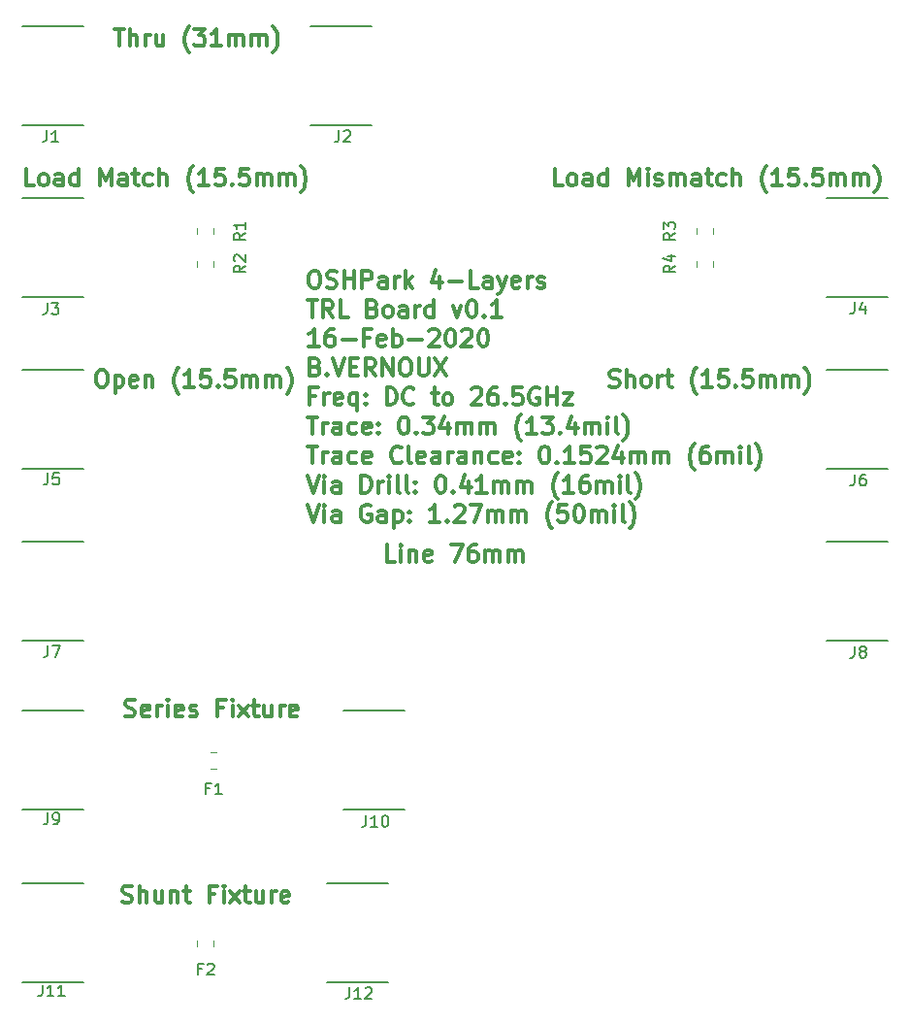
<source format=gto>
G04 #@! TF.GenerationSoftware,KiCad,Pcbnew,(5.1.5)-2*
G04 #@! TF.CreationDate,2020-02-16T11:04:41+01:00*
G04 #@! TF.ProjectId,OSHPark_4Layers_trl-board_v0_1,4f534850-6172-46b5-9f34-4c6179657273,rev?*
G04 #@! TF.SameCoordinates,Original*
G04 #@! TF.FileFunction,Legend,Top*
G04 #@! TF.FilePolarity,Positive*
%FSLAX46Y46*%
G04 Gerber Fmt 4.6, Leading zero omitted, Abs format (unit mm)*
G04 Created by KiCad (PCBNEW (5.1.5)-2) date 2020-02-16 11:04:41*
%MOMM*%
%LPD*%
G04 APERTURE LIST*
%ADD10C,0.300000*%
%ADD11C,0.150000*%
%ADD12C,0.120000*%
G04 APERTURE END LIST*
D10*
X208607857Y-107288571D02*
X208893571Y-107288571D01*
X209036428Y-107360000D01*
X209179285Y-107502857D01*
X209250714Y-107788571D01*
X209250714Y-108288571D01*
X209179285Y-108574285D01*
X209036428Y-108717142D01*
X208893571Y-108788571D01*
X208607857Y-108788571D01*
X208465000Y-108717142D01*
X208322142Y-108574285D01*
X208250714Y-108288571D01*
X208250714Y-107788571D01*
X208322142Y-107502857D01*
X208465000Y-107360000D01*
X208607857Y-107288571D01*
X209822142Y-108717142D02*
X210036428Y-108788571D01*
X210393571Y-108788571D01*
X210536428Y-108717142D01*
X210607857Y-108645714D01*
X210679285Y-108502857D01*
X210679285Y-108360000D01*
X210607857Y-108217142D01*
X210536428Y-108145714D01*
X210393571Y-108074285D01*
X210107857Y-108002857D01*
X209965000Y-107931428D01*
X209893571Y-107860000D01*
X209822142Y-107717142D01*
X209822142Y-107574285D01*
X209893571Y-107431428D01*
X209965000Y-107360000D01*
X210107857Y-107288571D01*
X210465000Y-107288571D01*
X210679285Y-107360000D01*
X211322142Y-108788571D02*
X211322142Y-107288571D01*
X211322142Y-108002857D02*
X212179285Y-108002857D01*
X212179285Y-108788571D02*
X212179285Y-107288571D01*
X212893571Y-108788571D02*
X212893571Y-107288571D01*
X213465000Y-107288571D01*
X213607857Y-107360000D01*
X213679285Y-107431428D01*
X213750714Y-107574285D01*
X213750714Y-107788571D01*
X213679285Y-107931428D01*
X213607857Y-108002857D01*
X213465000Y-108074285D01*
X212893571Y-108074285D01*
X215036428Y-108788571D02*
X215036428Y-108002857D01*
X214965000Y-107860000D01*
X214822142Y-107788571D01*
X214536428Y-107788571D01*
X214393571Y-107860000D01*
X215036428Y-108717142D02*
X214893571Y-108788571D01*
X214536428Y-108788571D01*
X214393571Y-108717142D01*
X214322142Y-108574285D01*
X214322142Y-108431428D01*
X214393571Y-108288571D01*
X214536428Y-108217142D01*
X214893571Y-108217142D01*
X215036428Y-108145714D01*
X215750714Y-108788571D02*
X215750714Y-107788571D01*
X215750714Y-108074285D02*
X215822142Y-107931428D01*
X215893571Y-107860000D01*
X216036428Y-107788571D01*
X216179285Y-107788571D01*
X216679285Y-108788571D02*
X216679285Y-107288571D01*
X216822142Y-108217142D02*
X217250714Y-108788571D01*
X217250714Y-107788571D02*
X216679285Y-108360000D01*
X219679285Y-107788571D02*
X219679285Y-108788571D01*
X219322142Y-107217142D02*
X218965000Y-108288571D01*
X219893571Y-108288571D01*
X220465000Y-108217142D02*
X221607857Y-108217142D01*
X223036428Y-108788571D02*
X222322142Y-108788571D01*
X222322142Y-107288571D01*
X224179285Y-108788571D02*
X224179285Y-108002857D01*
X224107857Y-107860000D01*
X223965000Y-107788571D01*
X223679285Y-107788571D01*
X223536428Y-107860000D01*
X224179285Y-108717142D02*
X224036428Y-108788571D01*
X223679285Y-108788571D01*
X223536428Y-108717142D01*
X223465000Y-108574285D01*
X223465000Y-108431428D01*
X223536428Y-108288571D01*
X223679285Y-108217142D01*
X224036428Y-108217142D01*
X224179285Y-108145714D01*
X224750714Y-107788571D02*
X225107857Y-108788571D01*
X225465000Y-107788571D02*
X225107857Y-108788571D01*
X224965000Y-109145714D01*
X224893571Y-109217142D01*
X224750714Y-109288571D01*
X226607857Y-108717142D02*
X226465000Y-108788571D01*
X226179285Y-108788571D01*
X226036428Y-108717142D01*
X225965000Y-108574285D01*
X225965000Y-108002857D01*
X226036428Y-107860000D01*
X226179285Y-107788571D01*
X226465000Y-107788571D01*
X226607857Y-107860000D01*
X226679285Y-108002857D01*
X226679285Y-108145714D01*
X225965000Y-108288571D01*
X227322142Y-108788571D02*
X227322142Y-107788571D01*
X227322142Y-108074285D02*
X227393571Y-107931428D01*
X227465000Y-107860000D01*
X227607857Y-107788571D01*
X227750714Y-107788571D01*
X228179285Y-108717142D02*
X228322142Y-108788571D01*
X228607857Y-108788571D01*
X228750714Y-108717142D01*
X228822142Y-108574285D01*
X228822142Y-108502857D01*
X228750714Y-108360000D01*
X228607857Y-108288571D01*
X228393571Y-108288571D01*
X228250714Y-108217142D01*
X228179285Y-108074285D01*
X228179285Y-108002857D01*
X228250714Y-107860000D01*
X228393571Y-107788571D01*
X228607857Y-107788571D01*
X228750714Y-107860000D01*
X208107857Y-109838571D02*
X208965000Y-109838571D01*
X208536428Y-111338571D02*
X208536428Y-109838571D01*
X210322142Y-111338571D02*
X209822142Y-110624285D01*
X209465000Y-111338571D02*
X209465000Y-109838571D01*
X210036428Y-109838571D01*
X210179285Y-109910000D01*
X210250714Y-109981428D01*
X210322142Y-110124285D01*
X210322142Y-110338571D01*
X210250714Y-110481428D01*
X210179285Y-110552857D01*
X210036428Y-110624285D01*
X209465000Y-110624285D01*
X211679285Y-111338571D02*
X210965000Y-111338571D01*
X210965000Y-109838571D01*
X213822142Y-110552857D02*
X214036428Y-110624285D01*
X214107857Y-110695714D01*
X214179285Y-110838571D01*
X214179285Y-111052857D01*
X214107857Y-111195714D01*
X214036428Y-111267142D01*
X213893571Y-111338571D01*
X213322142Y-111338571D01*
X213322142Y-109838571D01*
X213822142Y-109838571D01*
X213965000Y-109910000D01*
X214036428Y-109981428D01*
X214107857Y-110124285D01*
X214107857Y-110267142D01*
X214036428Y-110410000D01*
X213965000Y-110481428D01*
X213822142Y-110552857D01*
X213322142Y-110552857D01*
X215036428Y-111338571D02*
X214893571Y-111267142D01*
X214822142Y-111195714D01*
X214750714Y-111052857D01*
X214750714Y-110624285D01*
X214822142Y-110481428D01*
X214893571Y-110410000D01*
X215036428Y-110338571D01*
X215250714Y-110338571D01*
X215393571Y-110410000D01*
X215465000Y-110481428D01*
X215536428Y-110624285D01*
X215536428Y-111052857D01*
X215465000Y-111195714D01*
X215393571Y-111267142D01*
X215250714Y-111338571D01*
X215036428Y-111338571D01*
X216822142Y-111338571D02*
X216822142Y-110552857D01*
X216750714Y-110410000D01*
X216607857Y-110338571D01*
X216322142Y-110338571D01*
X216179285Y-110410000D01*
X216822142Y-111267142D02*
X216679285Y-111338571D01*
X216322142Y-111338571D01*
X216179285Y-111267142D01*
X216107857Y-111124285D01*
X216107857Y-110981428D01*
X216179285Y-110838571D01*
X216322142Y-110767142D01*
X216679285Y-110767142D01*
X216822142Y-110695714D01*
X217536428Y-111338571D02*
X217536428Y-110338571D01*
X217536428Y-110624285D02*
X217607857Y-110481428D01*
X217679285Y-110410000D01*
X217822142Y-110338571D01*
X217965000Y-110338571D01*
X219107857Y-111338571D02*
X219107857Y-109838571D01*
X219107857Y-111267142D02*
X218965000Y-111338571D01*
X218679285Y-111338571D01*
X218536428Y-111267142D01*
X218465000Y-111195714D01*
X218393571Y-111052857D01*
X218393571Y-110624285D01*
X218465000Y-110481428D01*
X218536428Y-110410000D01*
X218679285Y-110338571D01*
X218965000Y-110338571D01*
X219107857Y-110410000D01*
X220822142Y-110338571D02*
X221179285Y-111338571D01*
X221536428Y-110338571D01*
X222393571Y-109838571D02*
X222536428Y-109838571D01*
X222679285Y-109910000D01*
X222750714Y-109981428D01*
X222822142Y-110124285D01*
X222893571Y-110410000D01*
X222893571Y-110767142D01*
X222822142Y-111052857D01*
X222750714Y-111195714D01*
X222679285Y-111267142D01*
X222536428Y-111338571D01*
X222393571Y-111338571D01*
X222250714Y-111267142D01*
X222179285Y-111195714D01*
X222107857Y-111052857D01*
X222036428Y-110767142D01*
X222036428Y-110410000D01*
X222107857Y-110124285D01*
X222179285Y-109981428D01*
X222250714Y-109910000D01*
X222393571Y-109838571D01*
X223536428Y-111195714D02*
X223607857Y-111267142D01*
X223536428Y-111338571D01*
X223465000Y-111267142D01*
X223536428Y-111195714D01*
X223536428Y-111338571D01*
X225036428Y-111338571D02*
X224179285Y-111338571D01*
X224607857Y-111338571D02*
X224607857Y-109838571D01*
X224465000Y-110052857D01*
X224322142Y-110195714D01*
X224179285Y-110267142D01*
X209107857Y-113888571D02*
X208250714Y-113888571D01*
X208679285Y-113888571D02*
X208679285Y-112388571D01*
X208536428Y-112602857D01*
X208393571Y-112745714D01*
X208250714Y-112817142D01*
X210393571Y-112388571D02*
X210107857Y-112388571D01*
X209965000Y-112460000D01*
X209893571Y-112531428D01*
X209750714Y-112745714D01*
X209679285Y-113031428D01*
X209679285Y-113602857D01*
X209750714Y-113745714D01*
X209822142Y-113817142D01*
X209965000Y-113888571D01*
X210250714Y-113888571D01*
X210393571Y-113817142D01*
X210465000Y-113745714D01*
X210536428Y-113602857D01*
X210536428Y-113245714D01*
X210465000Y-113102857D01*
X210393571Y-113031428D01*
X210250714Y-112960000D01*
X209965000Y-112960000D01*
X209822142Y-113031428D01*
X209750714Y-113102857D01*
X209679285Y-113245714D01*
X211179285Y-113317142D02*
X212322142Y-113317142D01*
X213536428Y-113102857D02*
X213036428Y-113102857D01*
X213036428Y-113888571D02*
X213036428Y-112388571D01*
X213750714Y-112388571D01*
X214893571Y-113817142D02*
X214750714Y-113888571D01*
X214465000Y-113888571D01*
X214322142Y-113817142D01*
X214250714Y-113674285D01*
X214250714Y-113102857D01*
X214322142Y-112960000D01*
X214465000Y-112888571D01*
X214750714Y-112888571D01*
X214893571Y-112960000D01*
X214965000Y-113102857D01*
X214965000Y-113245714D01*
X214250714Y-113388571D01*
X215607857Y-113888571D02*
X215607857Y-112388571D01*
X215607857Y-112960000D02*
X215750714Y-112888571D01*
X216036428Y-112888571D01*
X216179285Y-112960000D01*
X216250714Y-113031428D01*
X216322142Y-113174285D01*
X216322142Y-113602857D01*
X216250714Y-113745714D01*
X216179285Y-113817142D01*
X216036428Y-113888571D01*
X215750714Y-113888571D01*
X215607857Y-113817142D01*
X216965000Y-113317142D02*
X218107857Y-113317142D01*
X218750714Y-112531428D02*
X218822142Y-112460000D01*
X218965000Y-112388571D01*
X219322142Y-112388571D01*
X219465000Y-112460000D01*
X219536428Y-112531428D01*
X219607857Y-112674285D01*
X219607857Y-112817142D01*
X219536428Y-113031428D01*
X218679285Y-113888571D01*
X219607857Y-113888571D01*
X220536428Y-112388571D02*
X220679285Y-112388571D01*
X220822142Y-112460000D01*
X220893571Y-112531428D01*
X220965000Y-112674285D01*
X221036428Y-112960000D01*
X221036428Y-113317142D01*
X220965000Y-113602857D01*
X220893571Y-113745714D01*
X220822142Y-113817142D01*
X220679285Y-113888571D01*
X220536428Y-113888571D01*
X220393571Y-113817142D01*
X220322142Y-113745714D01*
X220250714Y-113602857D01*
X220179285Y-113317142D01*
X220179285Y-112960000D01*
X220250714Y-112674285D01*
X220322142Y-112531428D01*
X220393571Y-112460000D01*
X220536428Y-112388571D01*
X221607857Y-112531428D02*
X221679285Y-112460000D01*
X221822142Y-112388571D01*
X222179285Y-112388571D01*
X222322142Y-112460000D01*
X222393571Y-112531428D01*
X222465000Y-112674285D01*
X222465000Y-112817142D01*
X222393571Y-113031428D01*
X221536428Y-113888571D01*
X222465000Y-113888571D01*
X223393571Y-112388571D02*
X223536428Y-112388571D01*
X223679285Y-112460000D01*
X223750714Y-112531428D01*
X223822142Y-112674285D01*
X223893571Y-112960000D01*
X223893571Y-113317142D01*
X223822142Y-113602857D01*
X223750714Y-113745714D01*
X223679285Y-113817142D01*
X223536428Y-113888571D01*
X223393571Y-113888571D01*
X223250714Y-113817142D01*
X223179285Y-113745714D01*
X223107857Y-113602857D01*
X223036428Y-113317142D01*
X223036428Y-112960000D01*
X223107857Y-112674285D01*
X223179285Y-112531428D01*
X223250714Y-112460000D01*
X223393571Y-112388571D01*
X208822142Y-115652857D02*
X209036428Y-115724285D01*
X209107857Y-115795714D01*
X209179285Y-115938571D01*
X209179285Y-116152857D01*
X209107857Y-116295714D01*
X209036428Y-116367142D01*
X208893571Y-116438571D01*
X208322142Y-116438571D01*
X208322142Y-114938571D01*
X208822142Y-114938571D01*
X208965000Y-115010000D01*
X209036428Y-115081428D01*
X209107857Y-115224285D01*
X209107857Y-115367142D01*
X209036428Y-115510000D01*
X208965000Y-115581428D01*
X208822142Y-115652857D01*
X208322142Y-115652857D01*
X209822142Y-116295714D02*
X209893571Y-116367142D01*
X209822142Y-116438571D01*
X209750714Y-116367142D01*
X209822142Y-116295714D01*
X209822142Y-116438571D01*
X210322142Y-114938571D02*
X210822142Y-116438571D01*
X211322142Y-114938571D01*
X211822142Y-115652857D02*
X212322142Y-115652857D01*
X212536428Y-116438571D02*
X211822142Y-116438571D01*
X211822142Y-114938571D01*
X212536428Y-114938571D01*
X214036428Y-116438571D02*
X213536428Y-115724285D01*
X213179285Y-116438571D02*
X213179285Y-114938571D01*
X213750714Y-114938571D01*
X213893571Y-115010000D01*
X213965000Y-115081428D01*
X214036428Y-115224285D01*
X214036428Y-115438571D01*
X213965000Y-115581428D01*
X213893571Y-115652857D01*
X213750714Y-115724285D01*
X213179285Y-115724285D01*
X214679285Y-116438571D02*
X214679285Y-114938571D01*
X215536428Y-116438571D01*
X215536428Y-114938571D01*
X216536428Y-114938571D02*
X216822142Y-114938571D01*
X216965000Y-115010000D01*
X217107857Y-115152857D01*
X217179285Y-115438571D01*
X217179285Y-115938571D01*
X217107857Y-116224285D01*
X216965000Y-116367142D01*
X216822142Y-116438571D01*
X216536428Y-116438571D01*
X216393571Y-116367142D01*
X216250714Y-116224285D01*
X216179285Y-115938571D01*
X216179285Y-115438571D01*
X216250714Y-115152857D01*
X216393571Y-115010000D01*
X216536428Y-114938571D01*
X217822142Y-114938571D02*
X217822142Y-116152857D01*
X217893571Y-116295714D01*
X217965000Y-116367142D01*
X218107857Y-116438571D01*
X218393571Y-116438571D01*
X218536428Y-116367142D01*
X218607857Y-116295714D01*
X218679285Y-116152857D01*
X218679285Y-114938571D01*
X219250714Y-114938571D02*
X220250714Y-116438571D01*
X220250714Y-114938571D02*
X219250714Y-116438571D01*
X208822142Y-118202857D02*
X208322142Y-118202857D01*
X208322142Y-118988571D02*
X208322142Y-117488571D01*
X209036428Y-117488571D01*
X209607857Y-118988571D02*
X209607857Y-117988571D01*
X209607857Y-118274285D02*
X209679285Y-118131428D01*
X209750714Y-118060000D01*
X209893571Y-117988571D01*
X210036428Y-117988571D01*
X211107857Y-118917142D02*
X210965000Y-118988571D01*
X210679285Y-118988571D01*
X210536428Y-118917142D01*
X210465000Y-118774285D01*
X210465000Y-118202857D01*
X210536428Y-118060000D01*
X210679285Y-117988571D01*
X210965000Y-117988571D01*
X211107857Y-118060000D01*
X211179285Y-118202857D01*
X211179285Y-118345714D01*
X210465000Y-118488571D01*
X212465000Y-117988571D02*
X212465000Y-119488571D01*
X212465000Y-118917142D02*
X212322142Y-118988571D01*
X212036428Y-118988571D01*
X211893571Y-118917142D01*
X211822142Y-118845714D01*
X211750714Y-118702857D01*
X211750714Y-118274285D01*
X211822142Y-118131428D01*
X211893571Y-118060000D01*
X212036428Y-117988571D01*
X212322142Y-117988571D01*
X212465000Y-118060000D01*
X213179285Y-118845714D02*
X213250714Y-118917142D01*
X213179285Y-118988571D01*
X213107857Y-118917142D01*
X213179285Y-118845714D01*
X213179285Y-118988571D01*
X213179285Y-118060000D02*
X213250714Y-118131428D01*
X213179285Y-118202857D01*
X213107857Y-118131428D01*
X213179285Y-118060000D01*
X213179285Y-118202857D01*
X215036428Y-118988571D02*
X215036428Y-117488571D01*
X215393571Y-117488571D01*
X215607857Y-117560000D01*
X215750714Y-117702857D01*
X215822142Y-117845714D01*
X215893571Y-118131428D01*
X215893571Y-118345714D01*
X215822142Y-118631428D01*
X215750714Y-118774285D01*
X215607857Y-118917142D01*
X215393571Y-118988571D01*
X215036428Y-118988571D01*
X217393571Y-118845714D02*
X217322142Y-118917142D01*
X217107857Y-118988571D01*
X216965000Y-118988571D01*
X216750714Y-118917142D01*
X216607857Y-118774285D01*
X216536428Y-118631428D01*
X216465000Y-118345714D01*
X216465000Y-118131428D01*
X216536428Y-117845714D01*
X216607857Y-117702857D01*
X216750714Y-117560000D01*
X216965000Y-117488571D01*
X217107857Y-117488571D01*
X217322142Y-117560000D01*
X217393571Y-117631428D01*
X218965000Y-117988571D02*
X219536428Y-117988571D01*
X219179285Y-117488571D02*
X219179285Y-118774285D01*
X219250714Y-118917142D01*
X219393571Y-118988571D01*
X219536428Y-118988571D01*
X220250714Y-118988571D02*
X220107857Y-118917142D01*
X220036428Y-118845714D01*
X219965000Y-118702857D01*
X219965000Y-118274285D01*
X220036428Y-118131428D01*
X220107857Y-118060000D01*
X220250714Y-117988571D01*
X220465000Y-117988571D01*
X220607857Y-118060000D01*
X220679285Y-118131428D01*
X220750714Y-118274285D01*
X220750714Y-118702857D01*
X220679285Y-118845714D01*
X220607857Y-118917142D01*
X220465000Y-118988571D01*
X220250714Y-118988571D01*
X222465000Y-117631428D02*
X222536428Y-117560000D01*
X222679285Y-117488571D01*
X223036428Y-117488571D01*
X223179285Y-117560000D01*
X223250714Y-117631428D01*
X223322142Y-117774285D01*
X223322142Y-117917142D01*
X223250714Y-118131428D01*
X222393571Y-118988571D01*
X223322142Y-118988571D01*
X224607857Y-117488571D02*
X224322142Y-117488571D01*
X224179285Y-117560000D01*
X224107857Y-117631428D01*
X223965000Y-117845714D01*
X223893571Y-118131428D01*
X223893571Y-118702857D01*
X223965000Y-118845714D01*
X224036428Y-118917142D01*
X224179285Y-118988571D01*
X224465000Y-118988571D01*
X224607857Y-118917142D01*
X224679285Y-118845714D01*
X224750714Y-118702857D01*
X224750714Y-118345714D01*
X224679285Y-118202857D01*
X224607857Y-118131428D01*
X224465000Y-118060000D01*
X224179285Y-118060000D01*
X224036428Y-118131428D01*
X223965000Y-118202857D01*
X223893571Y-118345714D01*
X225393571Y-118845714D02*
X225465000Y-118917142D01*
X225393571Y-118988571D01*
X225322142Y-118917142D01*
X225393571Y-118845714D01*
X225393571Y-118988571D01*
X226822142Y-117488571D02*
X226107857Y-117488571D01*
X226036428Y-118202857D01*
X226107857Y-118131428D01*
X226250714Y-118060000D01*
X226607857Y-118060000D01*
X226750714Y-118131428D01*
X226822142Y-118202857D01*
X226893571Y-118345714D01*
X226893571Y-118702857D01*
X226822142Y-118845714D01*
X226750714Y-118917142D01*
X226607857Y-118988571D01*
X226250714Y-118988571D01*
X226107857Y-118917142D01*
X226036428Y-118845714D01*
X228322142Y-117560000D02*
X228179285Y-117488571D01*
X227965000Y-117488571D01*
X227750714Y-117560000D01*
X227607857Y-117702857D01*
X227536428Y-117845714D01*
X227465000Y-118131428D01*
X227465000Y-118345714D01*
X227536428Y-118631428D01*
X227607857Y-118774285D01*
X227750714Y-118917142D01*
X227965000Y-118988571D01*
X228107857Y-118988571D01*
X228322142Y-118917142D01*
X228393571Y-118845714D01*
X228393571Y-118345714D01*
X228107857Y-118345714D01*
X229036428Y-118988571D02*
X229036428Y-117488571D01*
X229036428Y-118202857D02*
X229893571Y-118202857D01*
X229893571Y-118988571D02*
X229893571Y-117488571D01*
X230465000Y-117988571D02*
X231250714Y-117988571D01*
X230465000Y-118988571D01*
X231250714Y-118988571D01*
X208107857Y-120038571D02*
X208965000Y-120038571D01*
X208536428Y-121538571D02*
X208536428Y-120038571D01*
X209465000Y-121538571D02*
X209465000Y-120538571D01*
X209465000Y-120824285D02*
X209536428Y-120681428D01*
X209607857Y-120610000D01*
X209750714Y-120538571D01*
X209893571Y-120538571D01*
X211036428Y-121538571D02*
X211036428Y-120752857D01*
X210965000Y-120610000D01*
X210822142Y-120538571D01*
X210536428Y-120538571D01*
X210393571Y-120610000D01*
X211036428Y-121467142D02*
X210893571Y-121538571D01*
X210536428Y-121538571D01*
X210393571Y-121467142D01*
X210322142Y-121324285D01*
X210322142Y-121181428D01*
X210393571Y-121038571D01*
X210536428Y-120967142D01*
X210893571Y-120967142D01*
X211036428Y-120895714D01*
X212393571Y-121467142D02*
X212250714Y-121538571D01*
X211965000Y-121538571D01*
X211822142Y-121467142D01*
X211750714Y-121395714D01*
X211679285Y-121252857D01*
X211679285Y-120824285D01*
X211750714Y-120681428D01*
X211822142Y-120610000D01*
X211965000Y-120538571D01*
X212250714Y-120538571D01*
X212393571Y-120610000D01*
X213607857Y-121467142D02*
X213465000Y-121538571D01*
X213179285Y-121538571D01*
X213036428Y-121467142D01*
X212965000Y-121324285D01*
X212965000Y-120752857D01*
X213036428Y-120610000D01*
X213179285Y-120538571D01*
X213465000Y-120538571D01*
X213607857Y-120610000D01*
X213679285Y-120752857D01*
X213679285Y-120895714D01*
X212965000Y-121038571D01*
X214322142Y-121395714D02*
X214393571Y-121467142D01*
X214322142Y-121538571D01*
X214250714Y-121467142D01*
X214322142Y-121395714D01*
X214322142Y-121538571D01*
X214322142Y-120610000D02*
X214393571Y-120681428D01*
X214322142Y-120752857D01*
X214250714Y-120681428D01*
X214322142Y-120610000D01*
X214322142Y-120752857D01*
X216465000Y-120038571D02*
X216607857Y-120038571D01*
X216750714Y-120110000D01*
X216822142Y-120181428D01*
X216893571Y-120324285D01*
X216965000Y-120610000D01*
X216965000Y-120967142D01*
X216893571Y-121252857D01*
X216822142Y-121395714D01*
X216750714Y-121467142D01*
X216607857Y-121538571D01*
X216465000Y-121538571D01*
X216322142Y-121467142D01*
X216250714Y-121395714D01*
X216179285Y-121252857D01*
X216107857Y-120967142D01*
X216107857Y-120610000D01*
X216179285Y-120324285D01*
X216250714Y-120181428D01*
X216322142Y-120110000D01*
X216465000Y-120038571D01*
X217607857Y-121395714D02*
X217679285Y-121467142D01*
X217607857Y-121538571D01*
X217536428Y-121467142D01*
X217607857Y-121395714D01*
X217607857Y-121538571D01*
X218179285Y-120038571D02*
X219107857Y-120038571D01*
X218607857Y-120610000D01*
X218822142Y-120610000D01*
X218965000Y-120681428D01*
X219036428Y-120752857D01*
X219107857Y-120895714D01*
X219107857Y-121252857D01*
X219036428Y-121395714D01*
X218965000Y-121467142D01*
X218822142Y-121538571D01*
X218393571Y-121538571D01*
X218250714Y-121467142D01*
X218179285Y-121395714D01*
X220393571Y-120538571D02*
X220393571Y-121538571D01*
X220036428Y-119967142D02*
X219679285Y-121038571D01*
X220607857Y-121038571D01*
X221179285Y-121538571D02*
X221179285Y-120538571D01*
X221179285Y-120681428D02*
X221250714Y-120610000D01*
X221393571Y-120538571D01*
X221607857Y-120538571D01*
X221750714Y-120610000D01*
X221822142Y-120752857D01*
X221822142Y-121538571D01*
X221822142Y-120752857D02*
X221893571Y-120610000D01*
X222036428Y-120538571D01*
X222250714Y-120538571D01*
X222393571Y-120610000D01*
X222465000Y-120752857D01*
X222465000Y-121538571D01*
X223179285Y-121538571D02*
X223179285Y-120538571D01*
X223179285Y-120681428D02*
X223250714Y-120610000D01*
X223393571Y-120538571D01*
X223607857Y-120538571D01*
X223750714Y-120610000D01*
X223822142Y-120752857D01*
X223822142Y-121538571D01*
X223822142Y-120752857D02*
X223893571Y-120610000D01*
X224036428Y-120538571D01*
X224250714Y-120538571D01*
X224393571Y-120610000D01*
X224465000Y-120752857D01*
X224465000Y-121538571D01*
X226750714Y-122110000D02*
X226679285Y-122038571D01*
X226536428Y-121824285D01*
X226465000Y-121681428D01*
X226393571Y-121467142D01*
X226322142Y-121110000D01*
X226322142Y-120824285D01*
X226393571Y-120467142D01*
X226465000Y-120252857D01*
X226536428Y-120110000D01*
X226679285Y-119895714D01*
X226750714Y-119824285D01*
X228107857Y-121538571D02*
X227250714Y-121538571D01*
X227679285Y-121538571D02*
X227679285Y-120038571D01*
X227536428Y-120252857D01*
X227393571Y-120395714D01*
X227250714Y-120467142D01*
X228607857Y-120038571D02*
X229536428Y-120038571D01*
X229036428Y-120610000D01*
X229250714Y-120610000D01*
X229393571Y-120681428D01*
X229465000Y-120752857D01*
X229536428Y-120895714D01*
X229536428Y-121252857D01*
X229465000Y-121395714D01*
X229393571Y-121467142D01*
X229250714Y-121538571D01*
X228822142Y-121538571D01*
X228679285Y-121467142D01*
X228607857Y-121395714D01*
X230179285Y-121395714D02*
X230250714Y-121467142D01*
X230179285Y-121538571D01*
X230107857Y-121467142D01*
X230179285Y-121395714D01*
X230179285Y-121538571D01*
X231536428Y-120538571D02*
X231536428Y-121538571D01*
X231179285Y-119967142D02*
X230822142Y-121038571D01*
X231750714Y-121038571D01*
X232322142Y-121538571D02*
X232322142Y-120538571D01*
X232322142Y-120681428D02*
X232393571Y-120610000D01*
X232536428Y-120538571D01*
X232750714Y-120538571D01*
X232893571Y-120610000D01*
X232965000Y-120752857D01*
X232965000Y-121538571D01*
X232965000Y-120752857D02*
X233036428Y-120610000D01*
X233179285Y-120538571D01*
X233393571Y-120538571D01*
X233536428Y-120610000D01*
X233607857Y-120752857D01*
X233607857Y-121538571D01*
X234322142Y-121538571D02*
X234322142Y-120538571D01*
X234322142Y-120038571D02*
X234250714Y-120110000D01*
X234322142Y-120181428D01*
X234393571Y-120110000D01*
X234322142Y-120038571D01*
X234322142Y-120181428D01*
X235250714Y-121538571D02*
X235107857Y-121467142D01*
X235036428Y-121324285D01*
X235036428Y-120038571D01*
X235679285Y-122110000D02*
X235750714Y-122038571D01*
X235893571Y-121824285D01*
X235965000Y-121681428D01*
X236036428Y-121467142D01*
X236107857Y-121110000D01*
X236107857Y-120824285D01*
X236036428Y-120467142D01*
X235965000Y-120252857D01*
X235893571Y-120110000D01*
X235750714Y-119895714D01*
X235679285Y-119824285D01*
X208107857Y-122588571D02*
X208965000Y-122588571D01*
X208536428Y-124088571D02*
X208536428Y-122588571D01*
X209465000Y-124088571D02*
X209465000Y-123088571D01*
X209465000Y-123374285D02*
X209536428Y-123231428D01*
X209607857Y-123160000D01*
X209750714Y-123088571D01*
X209893571Y-123088571D01*
X211036428Y-124088571D02*
X211036428Y-123302857D01*
X210965000Y-123160000D01*
X210822142Y-123088571D01*
X210536428Y-123088571D01*
X210393571Y-123160000D01*
X211036428Y-124017142D02*
X210893571Y-124088571D01*
X210536428Y-124088571D01*
X210393571Y-124017142D01*
X210322142Y-123874285D01*
X210322142Y-123731428D01*
X210393571Y-123588571D01*
X210536428Y-123517142D01*
X210893571Y-123517142D01*
X211036428Y-123445714D01*
X212393571Y-124017142D02*
X212250714Y-124088571D01*
X211965000Y-124088571D01*
X211822142Y-124017142D01*
X211750714Y-123945714D01*
X211679285Y-123802857D01*
X211679285Y-123374285D01*
X211750714Y-123231428D01*
X211822142Y-123160000D01*
X211965000Y-123088571D01*
X212250714Y-123088571D01*
X212393571Y-123160000D01*
X213607857Y-124017142D02*
X213465000Y-124088571D01*
X213179285Y-124088571D01*
X213036428Y-124017142D01*
X212965000Y-123874285D01*
X212965000Y-123302857D01*
X213036428Y-123160000D01*
X213179285Y-123088571D01*
X213465000Y-123088571D01*
X213607857Y-123160000D01*
X213679285Y-123302857D01*
X213679285Y-123445714D01*
X212965000Y-123588571D01*
X216322142Y-123945714D02*
X216250714Y-124017142D01*
X216036428Y-124088571D01*
X215893571Y-124088571D01*
X215679285Y-124017142D01*
X215536428Y-123874285D01*
X215465000Y-123731428D01*
X215393571Y-123445714D01*
X215393571Y-123231428D01*
X215465000Y-122945714D01*
X215536428Y-122802857D01*
X215679285Y-122660000D01*
X215893571Y-122588571D01*
X216036428Y-122588571D01*
X216250714Y-122660000D01*
X216322142Y-122731428D01*
X217179285Y-124088571D02*
X217036428Y-124017142D01*
X216965000Y-123874285D01*
X216965000Y-122588571D01*
X218322142Y-124017142D02*
X218179285Y-124088571D01*
X217893571Y-124088571D01*
X217750714Y-124017142D01*
X217679285Y-123874285D01*
X217679285Y-123302857D01*
X217750714Y-123160000D01*
X217893571Y-123088571D01*
X218179285Y-123088571D01*
X218322142Y-123160000D01*
X218393571Y-123302857D01*
X218393571Y-123445714D01*
X217679285Y-123588571D01*
X219679285Y-124088571D02*
X219679285Y-123302857D01*
X219607857Y-123160000D01*
X219465000Y-123088571D01*
X219179285Y-123088571D01*
X219036428Y-123160000D01*
X219679285Y-124017142D02*
X219536428Y-124088571D01*
X219179285Y-124088571D01*
X219036428Y-124017142D01*
X218965000Y-123874285D01*
X218965000Y-123731428D01*
X219036428Y-123588571D01*
X219179285Y-123517142D01*
X219536428Y-123517142D01*
X219679285Y-123445714D01*
X220393571Y-124088571D02*
X220393571Y-123088571D01*
X220393571Y-123374285D02*
X220465000Y-123231428D01*
X220536428Y-123160000D01*
X220679285Y-123088571D01*
X220822142Y-123088571D01*
X221965000Y-124088571D02*
X221965000Y-123302857D01*
X221893571Y-123160000D01*
X221750714Y-123088571D01*
X221465000Y-123088571D01*
X221322142Y-123160000D01*
X221965000Y-124017142D02*
X221822142Y-124088571D01*
X221465000Y-124088571D01*
X221322142Y-124017142D01*
X221250714Y-123874285D01*
X221250714Y-123731428D01*
X221322142Y-123588571D01*
X221465000Y-123517142D01*
X221822142Y-123517142D01*
X221965000Y-123445714D01*
X222679285Y-123088571D02*
X222679285Y-124088571D01*
X222679285Y-123231428D02*
X222750714Y-123160000D01*
X222893571Y-123088571D01*
X223107857Y-123088571D01*
X223250714Y-123160000D01*
X223322142Y-123302857D01*
X223322142Y-124088571D01*
X224679285Y-124017142D02*
X224536428Y-124088571D01*
X224250714Y-124088571D01*
X224107857Y-124017142D01*
X224036428Y-123945714D01*
X223965000Y-123802857D01*
X223965000Y-123374285D01*
X224036428Y-123231428D01*
X224107857Y-123160000D01*
X224250714Y-123088571D01*
X224536428Y-123088571D01*
X224679285Y-123160000D01*
X225893571Y-124017142D02*
X225750714Y-124088571D01*
X225465000Y-124088571D01*
X225322142Y-124017142D01*
X225250714Y-123874285D01*
X225250714Y-123302857D01*
X225322142Y-123160000D01*
X225465000Y-123088571D01*
X225750714Y-123088571D01*
X225893571Y-123160000D01*
X225965000Y-123302857D01*
X225965000Y-123445714D01*
X225250714Y-123588571D01*
X226607857Y-123945714D02*
X226679285Y-124017142D01*
X226607857Y-124088571D01*
X226536428Y-124017142D01*
X226607857Y-123945714D01*
X226607857Y-124088571D01*
X226607857Y-123160000D02*
X226679285Y-123231428D01*
X226607857Y-123302857D01*
X226536428Y-123231428D01*
X226607857Y-123160000D01*
X226607857Y-123302857D01*
X228750714Y-122588571D02*
X228893571Y-122588571D01*
X229036428Y-122660000D01*
X229107857Y-122731428D01*
X229179285Y-122874285D01*
X229250714Y-123160000D01*
X229250714Y-123517142D01*
X229179285Y-123802857D01*
X229107857Y-123945714D01*
X229036428Y-124017142D01*
X228893571Y-124088571D01*
X228750714Y-124088571D01*
X228607857Y-124017142D01*
X228536428Y-123945714D01*
X228465000Y-123802857D01*
X228393571Y-123517142D01*
X228393571Y-123160000D01*
X228465000Y-122874285D01*
X228536428Y-122731428D01*
X228607857Y-122660000D01*
X228750714Y-122588571D01*
X229893571Y-123945714D02*
X229965000Y-124017142D01*
X229893571Y-124088571D01*
X229822142Y-124017142D01*
X229893571Y-123945714D01*
X229893571Y-124088571D01*
X231393571Y-124088571D02*
X230536428Y-124088571D01*
X230965000Y-124088571D02*
X230965000Y-122588571D01*
X230822142Y-122802857D01*
X230679285Y-122945714D01*
X230536428Y-123017142D01*
X232750714Y-122588571D02*
X232036428Y-122588571D01*
X231965000Y-123302857D01*
X232036428Y-123231428D01*
X232179285Y-123160000D01*
X232536428Y-123160000D01*
X232679285Y-123231428D01*
X232750714Y-123302857D01*
X232822142Y-123445714D01*
X232822142Y-123802857D01*
X232750714Y-123945714D01*
X232679285Y-124017142D01*
X232536428Y-124088571D01*
X232179285Y-124088571D01*
X232036428Y-124017142D01*
X231965000Y-123945714D01*
X233393571Y-122731428D02*
X233465000Y-122660000D01*
X233607857Y-122588571D01*
X233965000Y-122588571D01*
X234107857Y-122660000D01*
X234179285Y-122731428D01*
X234250714Y-122874285D01*
X234250714Y-123017142D01*
X234179285Y-123231428D01*
X233322142Y-124088571D01*
X234250714Y-124088571D01*
X235536428Y-123088571D02*
X235536428Y-124088571D01*
X235179285Y-122517142D02*
X234822142Y-123588571D01*
X235750714Y-123588571D01*
X236322142Y-124088571D02*
X236322142Y-123088571D01*
X236322142Y-123231428D02*
X236393571Y-123160000D01*
X236536428Y-123088571D01*
X236750714Y-123088571D01*
X236893571Y-123160000D01*
X236965000Y-123302857D01*
X236965000Y-124088571D01*
X236965000Y-123302857D02*
X237036428Y-123160000D01*
X237179285Y-123088571D01*
X237393571Y-123088571D01*
X237536428Y-123160000D01*
X237607857Y-123302857D01*
X237607857Y-124088571D01*
X238322142Y-124088571D02*
X238322142Y-123088571D01*
X238322142Y-123231428D02*
X238393571Y-123160000D01*
X238536428Y-123088571D01*
X238750714Y-123088571D01*
X238893571Y-123160000D01*
X238965000Y-123302857D01*
X238965000Y-124088571D01*
X238965000Y-123302857D02*
X239036428Y-123160000D01*
X239179285Y-123088571D01*
X239393571Y-123088571D01*
X239536428Y-123160000D01*
X239607857Y-123302857D01*
X239607857Y-124088571D01*
X241893571Y-124660000D02*
X241822142Y-124588571D01*
X241679285Y-124374285D01*
X241607857Y-124231428D01*
X241536428Y-124017142D01*
X241465000Y-123660000D01*
X241465000Y-123374285D01*
X241536428Y-123017142D01*
X241607857Y-122802857D01*
X241679285Y-122660000D01*
X241822142Y-122445714D01*
X241893571Y-122374285D01*
X243107857Y-122588571D02*
X242822142Y-122588571D01*
X242679285Y-122660000D01*
X242607857Y-122731428D01*
X242465000Y-122945714D01*
X242393571Y-123231428D01*
X242393571Y-123802857D01*
X242465000Y-123945714D01*
X242536428Y-124017142D01*
X242679285Y-124088571D01*
X242965000Y-124088571D01*
X243107857Y-124017142D01*
X243179285Y-123945714D01*
X243250714Y-123802857D01*
X243250714Y-123445714D01*
X243179285Y-123302857D01*
X243107857Y-123231428D01*
X242965000Y-123160000D01*
X242679285Y-123160000D01*
X242536428Y-123231428D01*
X242465000Y-123302857D01*
X242393571Y-123445714D01*
X243893571Y-124088571D02*
X243893571Y-123088571D01*
X243893571Y-123231428D02*
X243965000Y-123160000D01*
X244107857Y-123088571D01*
X244322142Y-123088571D01*
X244465000Y-123160000D01*
X244536428Y-123302857D01*
X244536428Y-124088571D01*
X244536428Y-123302857D02*
X244607857Y-123160000D01*
X244750714Y-123088571D01*
X244965000Y-123088571D01*
X245107857Y-123160000D01*
X245179285Y-123302857D01*
X245179285Y-124088571D01*
X245893571Y-124088571D02*
X245893571Y-123088571D01*
X245893571Y-122588571D02*
X245822142Y-122660000D01*
X245893571Y-122731428D01*
X245965000Y-122660000D01*
X245893571Y-122588571D01*
X245893571Y-122731428D01*
X246822142Y-124088571D02*
X246679285Y-124017142D01*
X246607857Y-123874285D01*
X246607857Y-122588571D01*
X247250714Y-124660000D02*
X247322142Y-124588571D01*
X247465000Y-124374285D01*
X247536428Y-124231428D01*
X247607857Y-124017142D01*
X247679285Y-123660000D01*
X247679285Y-123374285D01*
X247607857Y-123017142D01*
X247536428Y-122802857D01*
X247465000Y-122660000D01*
X247322142Y-122445714D01*
X247250714Y-122374285D01*
X208107857Y-125138571D02*
X208607857Y-126638571D01*
X209107857Y-125138571D01*
X209607857Y-126638571D02*
X209607857Y-125638571D01*
X209607857Y-125138571D02*
X209536428Y-125210000D01*
X209607857Y-125281428D01*
X209679285Y-125210000D01*
X209607857Y-125138571D01*
X209607857Y-125281428D01*
X210965000Y-126638571D02*
X210965000Y-125852857D01*
X210893571Y-125710000D01*
X210750714Y-125638571D01*
X210465000Y-125638571D01*
X210322142Y-125710000D01*
X210965000Y-126567142D02*
X210822142Y-126638571D01*
X210465000Y-126638571D01*
X210322142Y-126567142D01*
X210250714Y-126424285D01*
X210250714Y-126281428D01*
X210322142Y-126138571D01*
X210465000Y-126067142D01*
X210822142Y-126067142D01*
X210965000Y-125995714D01*
X212822142Y-126638571D02*
X212822142Y-125138571D01*
X213179285Y-125138571D01*
X213393571Y-125210000D01*
X213536428Y-125352857D01*
X213607857Y-125495714D01*
X213679285Y-125781428D01*
X213679285Y-125995714D01*
X213607857Y-126281428D01*
X213536428Y-126424285D01*
X213393571Y-126567142D01*
X213179285Y-126638571D01*
X212822142Y-126638571D01*
X214322142Y-126638571D02*
X214322142Y-125638571D01*
X214322142Y-125924285D02*
X214393571Y-125781428D01*
X214465000Y-125710000D01*
X214607857Y-125638571D01*
X214750714Y-125638571D01*
X215250714Y-126638571D02*
X215250714Y-125638571D01*
X215250714Y-125138571D02*
X215179285Y-125210000D01*
X215250714Y-125281428D01*
X215322142Y-125210000D01*
X215250714Y-125138571D01*
X215250714Y-125281428D01*
X216179285Y-126638571D02*
X216036428Y-126567142D01*
X215965000Y-126424285D01*
X215965000Y-125138571D01*
X216965000Y-126638571D02*
X216822142Y-126567142D01*
X216750714Y-126424285D01*
X216750714Y-125138571D01*
X217536428Y-126495714D02*
X217607857Y-126567142D01*
X217536428Y-126638571D01*
X217465000Y-126567142D01*
X217536428Y-126495714D01*
X217536428Y-126638571D01*
X217536428Y-125710000D02*
X217607857Y-125781428D01*
X217536428Y-125852857D01*
X217465000Y-125781428D01*
X217536428Y-125710000D01*
X217536428Y-125852857D01*
X219679285Y-125138571D02*
X219822142Y-125138571D01*
X219965000Y-125210000D01*
X220036428Y-125281428D01*
X220107857Y-125424285D01*
X220179285Y-125710000D01*
X220179285Y-126067142D01*
X220107857Y-126352857D01*
X220036428Y-126495714D01*
X219965000Y-126567142D01*
X219822142Y-126638571D01*
X219679285Y-126638571D01*
X219536428Y-126567142D01*
X219465000Y-126495714D01*
X219393571Y-126352857D01*
X219322142Y-126067142D01*
X219322142Y-125710000D01*
X219393571Y-125424285D01*
X219465000Y-125281428D01*
X219536428Y-125210000D01*
X219679285Y-125138571D01*
X220822142Y-126495714D02*
X220893571Y-126567142D01*
X220822142Y-126638571D01*
X220750714Y-126567142D01*
X220822142Y-126495714D01*
X220822142Y-126638571D01*
X222179285Y-125638571D02*
X222179285Y-126638571D01*
X221822142Y-125067142D02*
X221465000Y-126138571D01*
X222393571Y-126138571D01*
X223750714Y-126638571D02*
X222893571Y-126638571D01*
X223322142Y-126638571D02*
X223322142Y-125138571D01*
X223179285Y-125352857D01*
X223036428Y-125495714D01*
X222893571Y-125567142D01*
X224393571Y-126638571D02*
X224393571Y-125638571D01*
X224393571Y-125781428D02*
X224465000Y-125710000D01*
X224607857Y-125638571D01*
X224822142Y-125638571D01*
X224965000Y-125710000D01*
X225036428Y-125852857D01*
X225036428Y-126638571D01*
X225036428Y-125852857D02*
X225107857Y-125710000D01*
X225250714Y-125638571D01*
X225465000Y-125638571D01*
X225607857Y-125710000D01*
X225679285Y-125852857D01*
X225679285Y-126638571D01*
X226393571Y-126638571D02*
X226393571Y-125638571D01*
X226393571Y-125781428D02*
X226465000Y-125710000D01*
X226607857Y-125638571D01*
X226822142Y-125638571D01*
X226965000Y-125710000D01*
X227036428Y-125852857D01*
X227036428Y-126638571D01*
X227036428Y-125852857D02*
X227107857Y-125710000D01*
X227250714Y-125638571D01*
X227465000Y-125638571D01*
X227607857Y-125710000D01*
X227679285Y-125852857D01*
X227679285Y-126638571D01*
X229965000Y-127210000D02*
X229893571Y-127138571D01*
X229750714Y-126924285D01*
X229679285Y-126781428D01*
X229607857Y-126567142D01*
X229536428Y-126210000D01*
X229536428Y-125924285D01*
X229607857Y-125567142D01*
X229679285Y-125352857D01*
X229750714Y-125210000D01*
X229893571Y-124995714D01*
X229965000Y-124924285D01*
X231322142Y-126638571D02*
X230465000Y-126638571D01*
X230893571Y-126638571D02*
X230893571Y-125138571D01*
X230750714Y-125352857D01*
X230607857Y-125495714D01*
X230465000Y-125567142D01*
X232607857Y-125138571D02*
X232322142Y-125138571D01*
X232179285Y-125210000D01*
X232107857Y-125281428D01*
X231965000Y-125495714D01*
X231893571Y-125781428D01*
X231893571Y-126352857D01*
X231965000Y-126495714D01*
X232036428Y-126567142D01*
X232179285Y-126638571D01*
X232465000Y-126638571D01*
X232607857Y-126567142D01*
X232679285Y-126495714D01*
X232750714Y-126352857D01*
X232750714Y-125995714D01*
X232679285Y-125852857D01*
X232607857Y-125781428D01*
X232465000Y-125710000D01*
X232179285Y-125710000D01*
X232036428Y-125781428D01*
X231965000Y-125852857D01*
X231893571Y-125995714D01*
X233393571Y-126638571D02*
X233393571Y-125638571D01*
X233393571Y-125781428D02*
X233465000Y-125710000D01*
X233607857Y-125638571D01*
X233822142Y-125638571D01*
X233965000Y-125710000D01*
X234036428Y-125852857D01*
X234036428Y-126638571D01*
X234036428Y-125852857D02*
X234107857Y-125710000D01*
X234250714Y-125638571D01*
X234465000Y-125638571D01*
X234607857Y-125710000D01*
X234679285Y-125852857D01*
X234679285Y-126638571D01*
X235393571Y-126638571D02*
X235393571Y-125638571D01*
X235393571Y-125138571D02*
X235322142Y-125210000D01*
X235393571Y-125281428D01*
X235465000Y-125210000D01*
X235393571Y-125138571D01*
X235393571Y-125281428D01*
X236322142Y-126638571D02*
X236179285Y-126567142D01*
X236107857Y-126424285D01*
X236107857Y-125138571D01*
X236750714Y-127210000D02*
X236822142Y-127138571D01*
X236965000Y-126924285D01*
X237036428Y-126781428D01*
X237107857Y-126567142D01*
X237179285Y-126210000D01*
X237179285Y-125924285D01*
X237107857Y-125567142D01*
X237036428Y-125352857D01*
X236965000Y-125210000D01*
X236822142Y-124995714D01*
X236750714Y-124924285D01*
X208107857Y-127688571D02*
X208607857Y-129188571D01*
X209107857Y-127688571D01*
X209607857Y-129188571D02*
X209607857Y-128188571D01*
X209607857Y-127688571D02*
X209536428Y-127760000D01*
X209607857Y-127831428D01*
X209679285Y-127760000D01*
X209607857Y-127688571D01*
X209607857Y-127831428D01*
X210965000Y-129188571D02*
X210965000Y-128402857D01*
X210893571Y-128260000D01*
X210750714Y-128188571D01*
X210465000Y-128188571D01*
X210322142Y-128260000D01*
X210965000Y-129117142D02*
X210822142Y-129188571D01*
X210465000Y-129188571D01*
X210322142Y-129117142D01*
X210250714Y-128974285D01*
X210250714Y-128831428D01*
X210322142Y-128688571D01*
X210465000Y-128617142D01*
X210822142Y-128617142D01*
X210965000Y-128545714D01*
X213607857Y-127760000D02*
X213465000Y-127688571D01*
X213250714Y-127688571D01*
X213036428Y-127760000D01*
X212893571Y-127902857D01*
X212822142Y-128045714D01*
X212750714Y-128331428D01*
X212750714Y-128545714D01*
X212822142Y-128831428D01*
X212893571Y-128974285D01*
X213036428Y-129117142D01*
X213250714Y-129188571D01*
X213393571Y-129188571D01*
X213607857Y-129117142D01*
X213679285Y-129045714D01*
X213679285Y-128545714D01*
X213393571Y-128545714D01*
X214965000Y-129188571D02*
X214965000Y-128402857D01*
X214893571Y-128260000D01*
X214750714Y-128188571D01*
X214465000Y-128188571D01*
X214322142Y-128260000D01*
X214965000Y-129117142D02*
X214822142Y-129188571D01*
X214465000Y-129188571D01*
X214322142Y-129117142D01*
X214250714Y-128974285D01*
X214250714Y-128831428D01*
X214322142Y-128688571D01*
X214465000Y-128617142D01*
X214822142Y-128617142D01*
X214965000Y-128545714D01*
X215679285Y-128188571D02*
X215679285Y-129688571D01*
X215679285Y-128260000D02*
X215822142Y-128188571D01*
X216107857Y-128188571D01*
X216250714Y-128260000D01*
X216322142Y-128331428D01*
X216393571Y-128474285D01*
X216393571Y-128902857D01*
X216322142Y-129045714D01*
X216250714Y-129117142D01*
X216107857Y-129188571D01*
X215822142Y-129188571D01*
X215679285Y-129117142D01*
X217036428Y-129045714D02*
X217107857Y-129117142D01*
X217036428Y-129188571D01*
X216965000Y-129117142D01*
X217036428Y-129045714D01*
X217036428Y-129188571D01*
X217036428Y-128260000D02*
X217107857Y-128331428D01*
X217036428Y-128402857D01*
X216965000Y-128331428D01*
X217036428Y-128260000D01*
X217036428Y-128402857D01*
X219679285Y-129188571D02*
X218822142Y-129188571D01*
X219250714Y-129188571D02*
X219250714Y-127688571D01*
X219107857Y-127902857D01*
X218965000Y-128045714D01*
X218822142Y-128117142D01*
X220322142Y-129045714D02*
X220393571Y-129117142D01*
X220322142Y-129188571D01*
X220250714Y-129117142D01*
X220322142Y-129045714D01*
X220322142Y-129188571D01*
X220965000Y-127831428D02*
X221036428Y-127760000D01*
X221179285Y-127688571D01*
X221536428Y-127688571D01*
X221679285Y-127760000D01*
X221750714Y-127831428D01*
X221822142Y-127974285D01*
X221822142Y-128117142D01*
X221750714Y-128331428D01*
X220893571Y-129188571D01*
X221822142Y-129188571D01*
X222322142Y-127688571D02*
X223322142Y-127688571D01*
X222679285Y-129188571D01*
X223893571Y-129188571D02*
X223893571Y-128188571D01*
X223893571Y-128331428D02*
X223965000Y-128260000D01*
X224107857Y-128188571D01*
X224322142Y-128188571D01*
X224465000Y-128260000D01*
X224536428Y-128402857D01*
X224536428Y-129188571D01*
X224536428Y-128402857D02*
X224607857Y-128260000D01*
X224750714Y-128188571D01*
X224965000Y-128188571D01*
X225107857Y-128260000D01*
X225179285Y-128402857D01*
X225179285Y-129188571D01*
X225893571Y-129188571D02*
X225893571Y-128188571D01*
X225893571Y-128331428D02*
X225965000Y-128260000D01*
X226107857Y-128188571D01*
X226322142Y-128188571D01*
X226465000Y-128260000D01*
X226536428Y-128402857D01*
X226536428Y-129188571D01*
X226536428Y-128402857D02*
X226607857Y-128260000D01*
X226750714Y-128188571D01*
X226965000Y-128188571D01*
X227107857Y-128260000D01*
X227179285Y-128402857D01*
X227179285Y-129188571D01*
X229465000Y-129760000D02*
X229393571Y-129688571D01*
X229250714Y-129474285D01*
X229179285Y-129331428D01*
X229107857Y-129117142D01*
X229036428Y-128760000D01*
X229036428Y-128474285D01*
X229107857Y-128117142D01*
X229179285Y-127902857D01*
X229250714Y-127760000D01*
X229393571Y-127545714D01*
X229465000Y-127474285D01*
X230750714Y-127688571D02*
X230036428Y-127688571D01*
X229965000Y-128402857D01*
X230036428Y-128331428D01*
X230179285Y-128260000D01*
X230536428Y-128260000D01*
X230679285Y-128331428D01*
X230750714Y-128402857D01*
X230822142Y-128545714D01*
X230822142Y-128902857D01*
X230750714Y-129045714D01*
X230679285Y-129117142D01*
X230536428Y-129188571D01*
X230179285Y-129188571D01*
X230036428Y-129117142D01*
X229965000Y-129045714D01*
X231750714Y-127688571D02*
X231893571Y-127688571D01*
X232036428Y-127760000D01*
X232107857Y-127831428D01*
X232179285Y-127974285D01*
X232250714Y-128260000D01*
X232250714Y-128617142D01*
X232179285Y-128902857D01*
X232107857Y-129045714D01*
X232036428Y-129117142D01*
X231893571Y-129188571D01*
X231750714Y-129188571D01*
X231607857Y-129117142D01*
X231536428Y-129045714D01*
X231465000Y-128902857D01*
X231393571Y-128617142D01*
X231393571Y-128260000D01*
X231465000Y-127974285D01*
X231536428Y-127831428D01*
X231607857Y-127760000D01*
X231750714Y-127688571D01*
X232893571Y-129188571D02*
X232893571Y-128188571D01*
X232893571Y-128331428D02*
X232965000Y-128260000D01*
X233107857Y-128188571D01*
X233322142Y-128188571D01*
X233465000Y-128260000D01*
X233536428Y-128402857D01*
X233536428Y-129188571D01*
X233536428Y-128402857D02*
X233607857Y-128260000D01*
X233750714Y-128188571D01*
X233965000Y-128188571D01*
X234107857Y-128260000D01*
X234179285Y-128402857D01*
X234179285Y-129188571D01*
X234893571Y-129188571D02*
X234893571Y-128188571D01*
X234893571Y-127688571D02*
X234822142Y-127760000D01*
X234893571Y-127831428D01*
X234965000Y-127760000D01*
X234893571Y-127688571D01*
X234893571Y-127831428D01*
X235822142Y-129188571D02*
X235679285Y-129117142D01*
X235607857Y-128974285D01*
X235607857Y-127688571D01*
X236250714Y-129760000D02*
X236322142Y-129688571D01*
X236465000Y-129474285D01*
X236536428Y-129331428D01*
X236607857Y-129117142D01*
X236679285Y-128760000D01*
X236679285Y-128474285D01*
X236607857Y-128117142D01*
X236536428Y-127902857D01*
X236465000Y-127760000D01*
X236322142Y-127545714D01*
X236250714Y-127474285D01*
X191964285Y-162357142D02*
X192178571Y-162428571D01*
X192535714Y-162428571D01*
X192678571Y-162357142D01*
X192750000Y-162285714D01*
X192821428Y-162142857D01*
X192821428Y-162000000D01*
X192750000Y-161857142D01*
X192678571Y-161785714D01*
X192535714Y-161714285D01*
X192250000Y-161642857D01*
X192107142Y-161571428D01*
X192035714Y-161500000D01*
X191964285Y-161357142D01*
X191964285Y-161214285D01*
X192035714Y-161071428D01*
X192107142Y-161000000D01*
X192250000Y-160928571D01*
X192607142Y-160928571D01*
X192821428Y-161000000D01*
X193464285Y-162428571D02*
X193464285Y-160928571D01*
X194107142Y-162428571D02*
X194107142Y-161642857D01*
X194035714Y-161500000D01*
X193892857Y-161428571D01*
X193678571Y-161428571D01*
X193535714Y-161500000D01*
X193464285Y-161571428D01*
X195464285Y-161428571D02*
X195464285Y-162428571D01*
X194821428Y-161428571D02*
X194821428Y-162214285D01*
X194892857Y-162357142D01*
X195035714Y-162428571D01*
X195250000Y-162428571D01*
X195392857Y-162357142D01*
X195464285Y-162285714D01*
X196178571Y-161428571D02*
X196178571Y-162428571D01*
X196178571Y-161571428D02*
X196250000Y-161500000D01*
X196392857Y-161428571D01*
X196607142Y-161428571D01*
X196750000Y-161500000D01*
X196821428Y-161642857D01*
X196821428Y-162428571D01*
X197321428Y-161428571D02*
X197892857Y-161428571D01*
X197535714Y-160928571D02*
X197535714Y-162214285D01*
X197607142Y-162357142D01*
X197750000Y-162428571D01*
X197892857Y-162428571D01*
X200035714Y-161642857D02*
X199535714Y-161642857D01*
X199535714Y-162428571D02*
X199535714Y-160928571D01*
X200250000Y-160928571D01*
X200821428Y-162428571D02*
X200821428Y-161428571D01*
X200821428Y-160928571D02*
X200750000Y-161000000D01*
X200821428Y-161071428D01*
X200892857Y-161000000D01*
X200821428Y-160928571D01*
X200821428Y-161071428D01*
X201392857Y-162428571D02*
X202178571Y-161428571D01*
X201392857Y-161428571D02*
X202178571Y-162428571D01*
X202535714Y-161428571D02*
X203107142Y-161428571D01*
X202750000Y-160928571D02*
X202750000Y-162214285D01*
X202821428Y-162357142D01*
X202964285Y-162428571D01*
X203107142Y-162428571D01*
X204250000Y-161428571D02*
X204250000Y-162428571D01*
X203607142Y-161428571D02*
X203607142Y-162214285D01*
X203678571Y-162357142D01*
X203821428Y-162428571D01*
X204035714Y-162428571D01*
X204178571Y-162357142D01*
X204250000Y-162285714D01*
X204964285Y-162428571D02*
X204964285Y-161428571D01*
X204964285Y-161714285D02*
X205035714Y-161571428D01*
X205107142Y-161500000D01*
X205250000Y-161428571D01*
X205392857Y-161428571D01*
X206464285Y-162357142D02*
X206321428Y-162428571D01*
X206035714Y-162428571D01*
X205892857Y-162357142D01*
X205821428Y-162214285D01*
X205821428Y-161642857D01*
X205892857Y-161500000D01*
X206035714Y-161428571D01*
X206321428Y-161428571D01*
X206464285Y-161500000D01*
X206535714Y-161642857D01*
X206535714Y-161785714D01*
X205821428Y-161928571D01*
X192214285Y-146107142D02*
X192428571Y-146178571D01*
X192785714Y-146178571D01*
X192928571Y-146107142D01*
X193000000Y-146035714D01*
X193071428Y-145892857D01*
X193071428Y-145750000D01*
X193000000Y-145607142D01*
X192928571Y-145535714D01*
X192785714Y-145464285D01*
X192500000Y-145392857D01*
X192357142Y-145321428D01*
X192285714Y-145250000D01*
X192214285Y-145107142D01*
X192214285Y-144964285D01*
X192285714Y-144821428D01*
X192357142Y-144750000D01*
X192500000Y-144678571D01*
X192857142Y-144678571D01*
X193071428Y-144750000D01*
X194285714Y-146107142D02*
X194142857Y-146178571D01*
X193857142Y-146178571D01*
X193714285Y-146107142D01*
X193642857Y-145964285D01*
X193642857Y-145392857D01*
X193714285Y-145250000D01*
X193857142Y-145178571D01*
X194142857Y-145178571D01*
X194285714Y-145250000D01*
X194357142Y-145392857D01*
X194357142Y-145535714D01*
X193642857Y-145678571D01*
X195000000Y-146178571D02*
X195000000Y-145178571D01*
X195000000Y-145464285D02*
X195071428Y-145321428D01*
X195142857Y-145250000D01*
X195285714Y-145178571D01*
X195428571Y-145178571D01*
X195928571Y-146178571D02*
X195928571Y-145178571D01*
X195928571Y-144678571D02*
X195857142Y-144750000D01*
X195928571Y-144821428D01*
X196000000Y-144750000D01*
X195928571Y-144678571D01*
X195928571Y-144821428D01*
X197214285Y-146107142D02*
X197071428Y-146178571D01*
X196785714Y-146178571D01*
X196642857Y-146107142D01*
X196571428Y-145964285D01*
X196571428Y-145392857D01*
X196642857Y-145250000D01*
X196785714Y-145178571D01*
X197071428Y-145178571D01*
X197214285Y-145250000D01*
X197285714Y-145392857D01*
X197285714Y-145535714D01*
X196571428Y-145678571D01*
X197857142Y-146107142D02*
X198000000Y-146178571D01*
X198285714Y-146178571D01*
X198428571Y-146107142D01*
X198500000Y-145964285D01*
X198500000Y-145892857D01*
X198428571Y-145750000D01*
X198285714Y-145678571D01*
X198071428Y-145678571D01*
X197928571Y-145607142D01*
X197857142Y-145464285D01*
X197857142Y-145392857D01*
X197928571Y-145250000D01*
X198071428Y-145178571D01*
X198285714Y-145178571D01*
X198428571Y-145250000D01*
X200785714Y-145392857D02*
X200285714Y-145392857D01*
X200285714Y-146178571D02*
X200285714Y-144678571D01*
X201000000Y-144678571D01*
X201571428Y-146178571D02*
X201571428Y-145178571D01*
X201571428Y-144678571D02*
X201500000Y-144750000D01*
X201571428Y-144821428D01*
X201642857Y-144750000D01*
X201571428Y-144678571D01*
X201571428Y-144821428D01*
X202142857Y-146178571D02*
X202928571Y-145178571D01*
X202142857Y-145178571D02*
X202928571Y-146178571D01*
X203285714Y-145178571D02*
X203857142Y-145178571D01*
X203500000Y-144678571D02*
X203500000Y-145964285D01*
X203571428Y-146107142D01*
X203714285Y-146178571D01*
X203857142Y-146178571D01*
X205000000Y-145178571D02*
X205000000Y-146178571D01*
X204357142Y-145178571D02*
X204357142Y-145964285D01*
X204428571Y-146107142D01*
X204571428Y-146178571D01*
X204785714Y-146178571D01*
X204928571Y-146107142D01*
X205000000Y-146035714D01*
X205714285Y-146178571D02*
X205714285Y-145178571D01*
X205714285Y-145464285D02*
X205785714Y-145321428D01*
X205857142Y-145250000D01*
X206000000Y-145178571D01*
X206142857Y-145178571D01*
X207214285Y-146107142D02*
X207071428Y-146178571D01*
X206785714Y-146178571D01*
X206642857Y-146107142D01*
X206571428Y-145964285D01*
X206571428Y-145392857D01*
X206642857Y-145250000D01*
X206785714Y-145178571D01*
X207071428Y-145178571D01*
X207214285Y-145250000D01*
X207285714Y-145392857D01*
X207285714Y-145535714D01*
X206571428Y-145678571D01*
X215785714Y-132678571D02*
X215071428Y-132678571D01*
X215071428Y-131178571D01*
X216285714Y-132678571D02*
X216285714Y-131678571D01*
X216285714Y-131178571D02*
X216214285Y-131250000D01*
X216285714Y-131321428D01*
X216357142Y-131250000D01*
X216285714Y-131178571D01*
X216285714Y-131321428D01*
X217000000Y-131678571D02*
X217000000Y-132678571D01*
X217000000Y-131821428D02*
X217071428Y-131750000D01*
X217214285Y-131678571D01*
X217428571Y-131678571D01*
X217571428Y-131750000D01*
X217642857Y-131892857D01*
X217642857Y-132678571D01*
X218928571Y-132607142D02*
X218785714Y-132678571D01*
X218500000Y-132678571D01*
X218357142Y-132607142D01*
X218285714Y-132464285D01*
X218285714Y-131892857D01*
X218357142Y-131750000D01*
X218500000Y-131678571D01*
X218785714Y-131678571D01*
X218928571Y-131750000D01*
X219000000Y-131892857D01*
X219000000Y-132035714D01*
X218285714Y-132178571D01*
X220642857Y-131178571D02*
X221642857Y-131178571D01*
X221000000Y-132678571D01*
X222857142Y-131178571D02*
X222571428Y-131178571D01*
X222428571Y-131250000D01*
X222357142Y-131321428D01*
X222214285Y-131535714D01*
X222142857Y-131821428D01*
X222142857Y-132392857D01*
X222214285Y-132535714D01*
X222285714Y-132607142D01*
X222428571Y-132678571D01*
X222714285Y-132678571D01*
X222857142Y-132607142D01*
X222928571Y-132535714D01*
X223000000Y-132392857D01*
X223000000Y-132035714D01*
X222928571Y-131892857D01*
X222857142Y-131821428D01*
X222714285Y-131750000D01*
X222428571Y-131750000D01*
X222285714Y-131821428D01*
X222214285Y-131892857D01*
X222142857Y-132035714D01*
X223642857Y-132678571D02*
X223642857Y-131678571D01*
X223642857Y-131821428D02*
X223714285Y-131750000D01*
X223857142Y-131678571D01*
X224071428Y-131678571D01*
X224214285Y-131750000D01*
X224285714Y-131892857D01*
X224285714Y-132678571D01*
X224285714Y-131892857D02*
X224357142Y-131750000D01*
X224500000Y-131678571D01*
X224714285Y-131678571D01*
X224857142Y-131750000D01*
X224928571Y-131892857D01*
X224928571Y-132678571D01*
X225642857Y-132678571D02*
X225642857Y-131678571D01*
X225642857Y-131821428D02*
X225714285Y-131750000D01*
X225857142Y-131678571D01*
X226071428Y-131678571D01*
X226214285Y-131750000D01*
X226285714Y-131892857D01*
X226285714Y-132678571D01*
X226285714Y-131892857D02*
X226357142Y-131750000D01*
X226500000Y-131678571D01*
X226714285Y-131678571D01*
X226857142Y-131750000D01*
X226928571Y-131892857D01*
X226928571Y-132678571D01*
X234500000Y-117357142D02*
X234714285Y-117428571D01*
X235071428Y-117428571D01*
X235214285Y-117357142D01*
X235285714Y-117285714D01*
X235357142Y-117142857D01*
X235357142Y-117000000D01*
X235285714Y-116857142D01*
X235214285Y-116785714D01*
X235071428Y-116714285D01*
X234785714Y-116642857D01*
X234642857Y-116571428D01*
X234571428Y-116500000D01*
X234500000Y-116357142D01*
X234500000Y-116214285D01*
X234571428Y-116071428D01*
X234642857Y-116000000D01*
X234785714Y-115928571D01*
X235142857Y-115928571D01*
X235357142Y-116000000D01*
X236000000Y-117428571D02*
X236000000Y-115928571D01*
X236642857Y-117428571D02*
X236642857Y-116642857D01*
X236571428Y-116500000D01*
X236428571Y-116428571D01*
X236214285Y-116428571D01*
X236071428Y-116500000D01*
X236000000Y-116571428D01*
X237571428Y-117428571D02*
X237428571Y-117357142D01*
X237357142Y-117285714D01*
X237285714Y-117142857D01*
X237285714Y-116714285D01*
X237357142Y-116571428D01*
X237428571Y-116500000D01*
X237571428Y-116428571D01*
X237785714Y-116428571D01*
X237928571Y-116500000D01*
X238000000Y-116571428D01*
X238071428Y-116714285D01*
X238071428Y-117142857D01*
X238000000Y-117285714D01*
X237928571Y-117357142D01*
X237785714Y-117428571D01*
X237571428Y-117428571D01*
X238714285Y-117428571D02*
X238714285Y-116428571D01*
X238714285Y-116714285D02*
X238785714Y-116571428D01*
X238857142Y-116500000D01*
X239000000Y-116428571D01*
X239142857Y-116428571D01*
X239428571Y-116428571D02*
X240000000Y-116428571D01*
X239642857Y-115928571D02*
X239642857Y-117214285D01*
X239714285Y-117357142D01*
X239857142Y-117428571D01*
X240000000Y-117428571D01*
X242071428Y-118000000D02*
X242000000Y-117928571D01*
X241857142Y-117714285D01*
X241785714Y-117571428D01*
X241714285Y-117357142D01*
X241642857Y-117000000D01*
X241642857Y-116714285D01*
X241714285Y-116357142D01*
X241785714Y-116142857D01*
X241857142Y-116000000D01*
X242000000Y-115785714D01*
X242071428Y-115714285D01*
X243428571Y-117428571D02*
X242571428Y-117428571D01*
X243000000Y-117428571D02*
X243000000Y-115928571D01*
X242857142Y-116142857D01*
X242714285Y-116285714D01*
X242571428Y-116357142D01*
X244785714Y-115928571D02*
X244071428Y-115928571D01*
X244000000Y-116642857D01*
X244071428Y-116571428D01*
X244214285Y-116500000D01*
X244571428Y-116500000D01*
X244714285Y-116571428D01*
X244785714Y-116642857D01*
X244857142Y-116785714D01*
X244857142Y-117142857D01*
X244785714Y-117285714D01*
X244714285Y-117357142D01*
X244571428Y-117428571D01*
X244214285Y-117428571D01*
X244071428Y-117357142D01*
X244000000Y-117285714D01*
X245500000Y-117285714D02*
X245571428Y-117357142D01*
X245500000Y-117428571D01*
X245428571Y-117357142D01*
X245500000Y-117285714D01*
X245500000Y-117428571D01*
X246928571Y-115928571D02*
X246214285Y-115928571D01*
X246142857Y-116642857D01*
X246214285Y-116571428D01*
X246357142Y-116500000D01*
X246714285Y-116500000D01*
X246857142Y-116571428D01*
X246928571Y-116642857D01*
X247000000Y-116785714D01*
X247000000Y-117142857D01*
X246928571Y-117285714D01*
X246857142Y-117357142D01*
X246714285Y-117428571D01*
X246357142Y-117428571D01*
X246214285Y-117357142D01*
X246142857Y-117285714D01*
X247642857Y-117428571D02*
X247642857Y-116428571D01*
X247642857Y-116571428D02*
X247714285Y-116500000D01*
X247857142Y-116428571D01*
X248071428Y-116428571D01*
X248214285Y-116500000D01*
X248285714Y-116642857D01*
X248285714Y-117428571D01*
X248285714Y-116642857D02*
X248357142Y-116500000D01*
X248500000Y-116428571D01*
X248714285Y-116428571D01*
X248857142Y-116500000D01*
X248928571Y-116642857D01*
X248928571Y-117428571D01*
X249642857Y-117428571D02*
X249642857Y-116428571D01*
X249642857Y-116571428D02*
X249714285Y-116500000D01*
X249857142Y-116428571D01*
X250071428Y-116428571D01*
X250214285Y-116500000D01*
X250285714Y-116642857D01*
X250285714Y-117428571D01*
X250285714Y-116642857D02*
X250357142Y-116500000D01*
X250500000Y-116428571D01*
X250714285Y-116428571D01*
X250857142Y-116500000D01*
X250928571Y-116642857D01*
X250928571Y-117428571D01*
X251500000Y-118000000D02*
X251571428Y-117928571D01*
X251714285Y-117714285D01*
X251785714Y-117571428D01*
X251857142Y-117357142D01*
X251928571Y-117000000D01*
X251928571Y-116714285D01*
X251857142Y-116357142D01*
X251785714Y-116142857D01*
X251714285Y-116000000D01*
X251571428Y-115785714D01*
X251500000Y-115714285D01*
X190035714Y-115928571D02*
X190321428Y-115928571D01*
X190464285Y-116000000D01*
X190607142Y-116142857D01*
X190678571Y-116428571D01*
X190678571Y-116928571D01*
X190607142Y-117214285D01*
X190464285Y-117357142D01*
X190321428Y-117428571D01*
X190035714Y-117428571D01*
X189892857Y-117357142D01*
X189750000Y-117214285D01*
X189678571Y-116928571D01*
X189678571Y-116428571D01*
X189750000Y-116142857D01*
X189892857Y-116000000D01*
X190035714Y-115928571D01*
X191321428Y-116428571D02*
X191321428Y-117928571D01*
X191321428Y-116500000D02*
X191464285Y-116428571D01*
X191750000Y-116428571D01*
X191892857Y-116500000D01*
X191964285Y-116571428D01*
X192035714Y-116714285D01*
X192035714Y-117142857D01*
X191964285Y-117285714D01*
X191892857Y-117357142D01*
X191750000Y-117428571D01*
X191464285Y-117428571D01*
X191321428Y-117357142D01*
X193250000Y-117357142D02*
X193107142Y-117428571D01*
X192821428Y-117428571D01*
X192678571Y-117357142D01*
X192607142Y-117214285D01*
X192607142Y-116642857D01*
X192678571Y-116500000D01*
X192821428Y-116428571D01*
X193107142Y-116428571D01*
X193250000Y-116500000D01*
X193321428Y-116642857D01*
X193321428Y-116785714D01*
X192607142Y-116928571D01*
X193964285Y-116428571D02*
X193964285Y-117428571D01*
X193964285Y-116571428D02*
X194035714Y-116500000D01*
X194178571Y-116428571D01*
X194392857Y-116428571D01*
X194535714Y-116500000D01*
X194607142Y-116642857D01*
X194607142Y-117428571D01*
X196892857Y-118000000D02*
X196821428Y-117928571D01*
X196678571Y-117714285D01*
X196607142Y-117571428D01*
X196535714Y-117357142D01*
X196464285Y-117000000D01*
X196464285Y-116714285D01*
X196535714Y-116357142D01*
X196607142Y-116142857D01*
X196678571Y-116000000D01*
X196821428Y-115785714D01*
X196892857Y-115714285D01*
X198250000Y-117428571D02*
X197392857Y-117428571D01*
X197821428Y-117428571D02*
X197821428Y-115928571D01*
X197678571Y-116142857D01*
X197535714Y-116285714D01*
X197392857Y-116357142D01*
X199607142Y-115928571D02*
X198892857Y-115928571D01*
X198821428Y-116642857D01*
X198892857Y-116571428D01*
X199035714Y-116500000D01*
X199392857Y-116500000D01*
X199535714Y-116571428D01*
X199607142Y-116642857D01*
X199678571Y-116785714D01*
X199678571Y-117142857D01*
X199607142Y-117285714D01*
X199535714Y-117357142D01*
X199392857Y-117428571D01*
X199035714Y-117428571D01*
X198892857Y-117357142D01*
X198821428Y-117285714D01*
X200321428Y-117285714D02*
X200392857Y-117357142D01*
X200321428Y-117428571D01*
X200250000Y-117357142D01*
X200321428Y-117285714D01*
X200321428Y-117428571D01*
X201750000Y-115928571D02*
X201035714Y-115928571D01*
X200964285Y-116642857D01*
X201035714Y-116571428D01*
X201178571Y-116500000D01*
X201535714Y-116500000D01*
X201678571Y-116571428D01*
X201750000Y-116642857D01*
X201821428Y-116785714D01*
X201821428Y-117142857D01*
X201750000Y-117285714D01*
X201678571Y-117357142D01*
X201535714Y-117428571D01*
X201178571Y-117428571D01*
X201035714Y-117357142D01*
X200964285Y-117285714D01*
X202464285Y-117428571D02*
X202464285Y-116428571D01*
X202464285Y-116571428D02*
X202535714Y-116500000D01*
X202678571Y-116428571D01*
X202892857Y-116428571D01*
X203035714Y-116500000D01*
X203107142Y-116642857D01*
X203107142Y-117428571D01*
X203107142Y-116642857D02*
X203178571Y-116500000D01*
X203321428Y-116428571D01*
X203535714Y-116428571D01*
X203678571Y-116500000D01*
X203750000Y-116642857D01*
X203750000Y-117428571D01*
X204464285Y-117428571D02*
X204464285Y-116428571D01*
X204464285Y-116571428D02*
X204535714Y-116500000D01*
X204678571Y-116428571D01*
X204892857Y-116428571D01*
X205035714Y-116500000D01*
X205107142Y-116642857D01*
X205107142Y-117428571D01*
X205107142Y-116642857D02*
X205178571Y-116500000D01*
X205321428Y-116428571D01*
X205535714Y-116428571D01*
X205678571Y-116500000D01*
X205750000Y-116642857D01*
X205750000Y-117428571D01*
X206321428Y-118000000D02*
X206392857Y-117928571D01*
X206535714Y-117714285D01*
X206607142Y-117571428D01*
X206678571Y-117357142D01*
X206750000Y-117000000D01*
X206750000Y-116714285D01*
X206678571Y-116357142D01*
X206607142Y-116142857D01*
X206535714Y-116000000D01*
X206392857Y-115785714D01*
X206321428Y-115714285D01*
X230395714Y-99858571D02*
X229681428Y-99858571D01*
X229681428Y-98358571D01*
X231110000Y-99858571D02*
X230967142Y-99787142D01*
X230895714Y-99715714D01*
X230824285Y-99572857D01*
X230824285Y-99144285D01*
X230895714Y-99001428D01*
X230967142Y-98930000D01*
X231110000Y-98858571D01*
X231324285Y-98858571D01*
X231467142Y-98930000D01*
X231538571Y-99001428D01*
X231610000Y-99144285D01*
X231610000Y-99572857D01*
X231538571Y-99715714D01*
X231467142Y-99787142D01*
X231324285Y-99858571D01*
X231110000Y-99858571D01*
X232895714Y-99858571D02*
X232895714Y-99072857D01*
X232824285Y-98930000D01*
X232681428Y-98858571D01*
X232395714Y-98858571D01*
X232252857Y-98930000D01*
X232895714Y-99787142D02*
X232752857Y-99858571D01*
X232395714Y-99858571D01*
X232252857Y-99787142D01*
X232181428Y-99644285D01*
X232181428Y-99501428D01*
X232252857Y-99358571D01*
X232395714Y-99287142D01*
X232752857Y-99287142D01*
X232895714Y-99215714D01*
X234252857Y-99858571D02*
X234252857Y-98358571D01*
X234252857Y-99787142D02*
X234110000Y-99858571D01*
X233824285Y-99858571D01*
X233681428Y-99787142D01*
X233610000Y-99715714D01*
X233538571Y-99572857D01*
X233538571Y-99144285D01*
X233610000Y-99001428D01*
X233681428Y-98930000D01*
X233824285Y-98858571D01*
X234110000Y-98858571D01*
X234252857Y-98930000D01*
X236110000Y-99858571D02*
X236110000Y-98358571D01*
X236610000Y-99430000D01*
X237110000Y-98358571D01*
X237110000Y-99858571D01*
X237824285Y-99858571D02*
X237824285Y-98858571D01*
X237824285Y-98358571D02*
X237752857Y-98430000D01*
X237824285Y-98501428D01*
X237895714Y-98430000D01*
X237824285Y-98358571D01*
X237824285Y-98501428D01*
X238467142Y-99787142D02*
X238610000Y-99858571D01*
X238895714Y-99858571D01*
X239038571Y-99787142D01*
X239110000Y-99644285D01*
X239110000Y-99572857D01*
X239038571Y-99430000D01*
X238895714Y-99358571D01*
X238681428Y-99358571D01*
X238538571Y-99287142D01*
X238467142Y-99144285D01*
X238467142Y-99072857D01*
X238538571Y-98930000D01*
X238681428Y-98858571D01*
X238895714Y-98858571D01*
X239038571Y-98930000D01*
X239752857Y-99858571D02*
X239752857Y-98858571D01*
X239752857Y-99001428D02*
X239824285Y-98930000D01*
X239967142Y-98858571D01*
X240181428Y-98858571D01*
X240324285Y-98930000D01*
X240395714Y-99072857D01*
X240395714Y-99858571D01*
X240395714Y-99072857D02*
X240467142Y-98930000D01*
X240610000Y-98858571D01*
X240824285Y-98858571D01*
X240967142Y-98930000D01*
X241038571Y-99072857D01*
X241038571Y-99858571D01*
X242395714Y-99858571D02*
X242395714Y-99072857D01*
X242324285Y-98930000D01*
X242181428Y-98858571D01*
X241895714Y-98858571D01*
X241752857Y-98930000D01*
X242395714Y-99787142D02*
X242252857Y-99858571D01*
X241895714Y-99858571D01*
X241752857Y-99787142D01*
X241681428Y-99644285D01*
X241681428Y-99501428D01*
X241752857Y-99358571D01*
X241895714Y-99287142D01*
X242252857Y-99287142D01*
X242395714Y-99215714D01*
X242895714Y-98858571D02*
X243467142Y-98858571D01*
X243110000Y-98358571D02*
X243110000Y-99644285D01*
X243181428Y-99787142D01*
X243324285Y-99858571D01*
X243467142Y-99858571D01*
X244610000Y-99787142D02*
X244467142Y-99858571D01*
X244181428Y-99858571D01*
X244038571Y-99787142D01*
X243967142Y-99715714D01*
X243895714Y-99572857D01*
X243895714Y-99144285D01*
X243967142Y-99001428D01*
X244038571Y-98930000D01*
X244181428Y-98858571D01*
X244467142Y-98858571D01*
X244610000Y-98930000D01*
X245252857Y-99858571D02*
X245252857Y-98358571D01*
X245895714Y-99858571D02*
X245895714Y-99072857D01*
X245824285Y-98930000D01*
X245681428Y-98858571D01*
X245467142Y-98858571D01*
X245324285Y-98930000D01*
X245252857Y-99001428D01*
X248181428Y-100430000D02*
X248109999Y-100358571D01*
X247967142Y-100144285D01*
X247895714Y-100001428D01*
X247824285Y-99787142D01*
X247752857Y-99430000D01*
X247752857Y-99144285D01*
X247824285Y-98787142D01*
X247895714Y-98572857D01*
X247967142Y-98430000D01*
X248109999Y-98215714D01*
X248181428Y-98144285D01*
X249538571Y-99858571D02*
X248681428Y-99858571D01*
X249109999Y-99858571D02*
X249109999Y-98358571D01*
X248967142Y-98572857D01*
X248824285Y-98715714D01*
X248681428Y-98787142D01*
X250895714Y-98358571D02*
X250181428Y-98358571D01*
X250110000Y-99072857D01*
X250181428Y-99001428D01*
X250324285Y-98930000D01*
X250681428Y-98930000D01*
X250824285Y-99001428D01*
X250895714Y-99072857D01*
X250967142Y-99215714D01*
X250967142Y-99572857D01*
X250895714Y-99715714D01*
X250824285Y-99787142D01*
X250681428Y-99858571D01*
X250324285Y-99858571D01*
X250181428Y-99787142D01*
X250110000Y-99715714D01*
X251610000Y-99715714D02*
X251681428Y-99787142D01*
X251610000Y-99858571D01*
X251538571Y-99787142D01*
X251610000Y-99715714D01*
X251610000Y-99858571D01*
X253038571Y-98358571D02*
X252324285Y-98358571D01*
X252252857Y-99072857D01*
X252324285Y-99001428D01*
X252467142Y-98930000D01*
X252824285Y-98930000D01*
X252967142Y-99001428D01*
X253038571Y-99072857D01*
X253109999Y-99215714D01*
X253109999Y-99572857D01*
X253038571Y-99715714D01*
X252967142Y-99787142D01*
X252824285Y-99858571D01*
X252467142Y-99858571D01*
X252324285Y-99787142D01*
X252252857Y-99715714D01*
X253752857Y-99858571D02*
X253752857Y-98858571D01*
X253752857Y-99001428D02*
X253824285Y-98930000D01*
X253967142Y-98858571D01*
X254181428Y-98858571D01*
X254324285Y-98930000D01*
X254395714Y-99072857D01*
X254395714Y-99858571D01*
X254395714Y-99072857D02*
X254467142Y-98930000D01*
X254609999Y-98858571D01*
X254824285Y-98858571D01*
X254967142Y-98930000D01*
X255038571Y-99072857D01*
X255038571Y-99858571D01*
X255752857Y-99858571D02*
X255752857Y-98858571D01*
X255752857Y-99001428D02*
X255824285Y-98930000D01*
X255967142Y-98858571D01*
X256181428Y-98858571D01*
X256324285Y-98930000D01*
X256395714Y-99072857D01*
X256395714Y-99858571D01*
X256395714Y-99072857D02*
X256467142Y-98930000D01*
X256609999Y-98858571D01*
X256824285Y-98858571D01*
X256967142Y-98930000D01*
X257038571Y-99072857D01*
X257038571Y-99858571D01*
X257609999Y-100430000D02*
X257681428Y-100358571D01*
X257824285Y-100144285D01*
X257895714Y-100001428D01*
X257967142Y-99787142D01*
X258038571Y-99430000D01*
X258038571Y-99144285D01*
X257967142Y-98787142D01*
X257895714Y-98572857D01*
X257824285Y-98430000D01*
X257681428Y-98215714D01*
X257609999Y-98144285D01*
X184270000Y-99858571D02*
X183555714Y-99858571D01*
X183555714Y-98358571D01*
X184984285Y-99858571D02*
X184841428Y-99787142D01*
X184770000Y-99715714D01*
X184698571Y-99572857D01*
X184698571Y-99144285D01*
X184770000Y-99001428D01*
X184841428Y-98930000D01*
X184984285Y-98858571D01*
X185198571Y-98858571D01*
X185341428Y-98930000D01*
X185412857Y-99001428D01*
X185484285Y-99144285D01*
X185484285Y-99572857D01*
X185412857Y-99715714D01*
X185341428Y-99787142D01*
X185198571Y-99858571D01*
X184984285Y-99858571D01*
X186770000Y-99858571D02*
X186770000Y-99072857D01*
X186698571Y-98930000D01*
X186555714Y-98858571D01*
X186270000Y-98858571D01*
X186127142Y-98930000D01*
X186770000Y-99787142D02*
X186627142Y-99858571D01*
X186270000Y-99858571D01*
X186127142Y-99787142D01*
X186055714Y-99644285D01*
X186055714Y-99501428D01*
X186127142Y-99358571D01*
X186270000Y-99287142D01*
X186627142Y-99287142D01*
X186770000Y-99215714D01*
X188127142Y-99858571D02*
X188127142Y-98358571D01*
X188127142Y-99787142D02*
X187984285Y-99858571D01*
X187698571Y-99858571D01*
X187555714Y-99787142D01*
X187484285Y-99715714D01*
X187412857Y-99572857D01*
X187412857Y-99144285D01*
X187484285Y-99001428D01*
X187555714Y-98930000D01*
X187698571Y-98858571D01*
X187984285Y-98858571D01*
X188127142Y-98930000D01*
X189984285Y-99858571D02*
X189984285Y-98358571D01*
X190484285Y-99430000D01*
X190984285Y-98358571D01*
X190984285Y-99858571D01*
X192341428Y-99858571D02*
X192341428Y-99072857D01*
X192270000Y-98930000D01*
X192127142Y-98858571D01*
X191841428Y-98858571D01*
X191698571Y-98930000D01*
X192341428Y-99787142D02*
X192198571Y-99858571D01*
X191841428Y-99858571D01*
X191698571Y-99787142D01*
X191627142Y-99644285D01*
X191627142Y-99501428D01*
X191698571Y-99358571D01*
X191841428Y-99287142D01*
X192198571Y-99287142D01*
X192341428Y-99215714D01*
X192841428Y-98858571D02*
X193412857Y-98858571D01*
X193055714Y-98358571D02*
X193055714Y-99644285D01*
X193127142Y-99787142D01*
X193270000Y-99858571D01*
X193412857Y-99858571D01*
X194555714Y-99787142D02*
X194412857Y-99858571D01*
X194127142Y-99858571D01*
X193984285Y-99787142D01*
X193912857Y-99715714D01*
X193841428Y-99572857D01*
X193841428Y-99144285D01*
X193912857Y-99001428D01*
X193984285Y-98930000D01*
X194127142Y-98858571D01*
X194412857Y-98858571D01*
X194555714Y-98930000D01*
X195198571Y-99858571D02*
X195198571Y-98358571D01*
X195841428Y-99858571D02*
X195841428Y-99072857D01*
X195770000Y-98930000D01*
X195627142Y-98858571D01*
X195412857Y-98858571D01*
X195270000Y-98930000D01*
X195198571Y-99001428D01*
X198127142Y-100430000D02*
X198055714Y-100358571D01*
X197912857Y-100144285D01*
X197841428Y-100001428D01*
X197770000Y-99787142D01*
X197698571Y-99430000D01*
X197698571Y-99144285D01*
X197770000Y-98787142D01*
X197841428Y-98572857D01*
X197912857Y-98430000D01*
X198055714Y-98215714D01*
X198127142Y-98144285D01*
X199484285Y-99858571D02*
X198627142Y-99858571D01*
X199055714Y-99858571D02*
X199055714Y-98358571D01*
X198912857Y-98572857D01*
X198770000Y-98715714D01*
X198627142Y-98787142D01*
X200841428Y-98358571D02*
X200127142Y-98358571D01*
X200055714Y-99072857D01*
X200127142Y-99001428D01*
X200270000Y-98930000D01*
X200627142Y-98930000D01*
X200770000Y-99001428D01*
X200841428Y-99072857D01*
X200912857Y-99215714D01*
X200912857Y-99572857D01*
X200841428Y-99715714D01*
X200770000Y-99787142D01*
X200627142Y-99858571D01*
X200270000Y-99858571D01*
X200127142Y-99787142D01*
X200055714Y-99715714D01*
X201555714Y-99715714D02*
X201627142Y-99787142D01*
X201555714Y-99858571D01*
X201484285Y-99787142D01*
X201555714Y-99715714D01*
X201555714Y-99858571D01*
X202984285Y-98358571D02*
X202270000Y-98358571D01*
X202198571Y-99072857D01*
X202270000Y-99001428D01*
X202412857Y-98930000D01*
X202770000Y-98930000D01*
X202912857Y-99001428D01*
X202984285Y-99072857D01*
X203055714Y-99215714D01*
X203055714Y-99572857D01*
X202984285Y-99715714D01*
X202912857Y-99787142D01*
X202770000Y-99858571D01*
X202412857Y-99858571D01*
X202270000Y-99787142D01*
X202198571Y-99715714D01*
X203698571Y-99858571D02*
X203698571Y-98858571D01*
X203698571Y-99001428D02*
X203770000Y-98930000D01*
X203912857Y-98858571D01*
X204127142Y-98858571D01*
X204270000Y-98930000D01*
X204341428Y-99072857D01*
X204341428Y-99858571D01*
X204341428Y-99072857D02*
X204412857Y-98930000D01*
X204555714Y-98858571D01*
X204770000Y-98858571D01*
X204912857Y-98930000D01*
X204984285Y-99072857D01*
X204984285Y-99858571D01*
X205698571Y-99858571D02*
X205698571Y-98858571D01*
X205698571Y-99001428D02*
X205770000Y-98930000D01*
X205912857Y-98858571D01*
X206127142Y-98858571D01*
X206270000Y-98930000D01*
X206341428Y-99072857D01*
X206341428Y-99858571D01*
X206341428Y-99072857D02*
X206412857Y-98930000D01*
X206555714Y-98858571D01*
X206770000Y-98858571D01*
X206912857Y-98930000D01*
X206984285Y-99072857D01*
X206984285Y-99858571D01*
X207555714Y-100430000D02*
X207627142Y-100358571D01*
X207770000Y-100144285D01*
X207841428Y-100001428D01*
X207912857Y-99787142D01*
X207984285Y-99430000D01*
X207984285Y-99144285D01*
X207912857Y-98787142D01*
X207841428Y-98572857D01*
X207770000Y-98430000D01*
X207627142Y-98215714D01*
X207555714Y-98144285D01*
X191250000Y-86178571D02*
X192107142Y-86178571D01*
X191678571Y-87678571D02*
X191678571Y-86178571D01*
X192607142Y-87678571D02*
X192607142Y-86178571D01*
X193250000Y-87678571D02*
X193250000Y-86892857D01*
X193178571Y-86750000D01*
X193035714Y-86678571D01*
X192821428Y-86678571D01*
X192678571Y-86750000D01*
X192607142Y-86821428D01*
X193964285Y-87678571D02*
X193964285Y-86678571D01*
X193964285Y-86964285D02*
X194035714Y-86821428D01*
X194107142Y-86750000D01*
X194250000Y-86678571D01*
X194392857Y-86678571D01*
X195535714Y-86678571D02*
X195535714Y-87678571D01*
X194892857Y-86678571D02*
X194892857Y-87464285D01*
X194964285Y-87607142D01*
X195107142Y-87678571D01*
X195321428Y-87678571D01*
X195464285Y-87607142D01*
X195535714Y-87535714D01*
X197821428Y-88250000D02*
X197750000Y-88178571D01*
X197607142Y-87964285D01*
X197535714Y-87821428D01*
X197464285Y-87607142D01*
X197392857Y-87250000D01*
X197392857Y-86964285D01*
X197464285Y-86607142D01*
X197535714Y-86392857D01*
X197607142Y-86250000D01*
X197750000Y-86035714D01*
X197821428Y-85964285D01*
X198250000Y-86178571D02*
X199178571Y-86178571D01*
X198678571Y-86750000D01*
X198892857Y-86750000D01*
X199035714Y-86821428D01*
X199107142Y-86892857D01*
X199178571Y-87035714D01*
X199178571Y-87392857D01*
X199107142Y-87535714D01*
X199035714Y-87607142D01*
X198892857Y-87678571D01*
X198464285Y-87678571D01*
X198321428Y-87607142D01*
X198250000Y-87535714D01*
X200607142Y-87678571D02*
X199750000Y-87678571D01*
X200178571Y-87678571D02*
X200178571Y-86178571D01*
X200035714Y-86392857D01*
X199892857Y-86535714D01*
X199750000Y-86607142D01*
X201250000Y-87678571D02*
X201250000Y-86678571D01*
X201250000Y-86821428D02*
X201321428Y-86750000D01*
X201464285Y-86678571D01*
X201678571Y-86678571D01*
X201821428Y-86750000D01*
X201892857Y-86892857D01*
X201892857Y-87678571D01*
X201892857Y-86892857D02*
X201964285Y-86750000D01*
X202107142Y-86678571D01*
X202321428Y-86678571D01*
X202464285Y-86750000D01*
X202535714Y-86892857D01*
X202535714Y-87678571D01*
X203250000Y-87678571D02*
X203250000Y-86678571D01*
X203250000Y-86821428D02*
X203321428Y-86750000D01*
X203464285Y-86678571D01*
X203678571Y-86678571D01*
X203821428Y-86750000D01*
X203892857Y-86892857D01*
X203892857Y-87678571D01*
X203892857Y-86892857D02*
X203964285Y-86750000D01*
X204107142Y-86678571D01*
X204321428Y-86678571D01*
X204464285Y-86750000D01*
X204535714Y-86892857D01*
X204535714Y-87678571D01*
X205107142Y-88250000D02*
X205178571Y-88178571D01*
X205321428Y-87964285D01*
X205392857Y-87821428D01*
X205464285Y-87607142D01*
X205535714Y-87250000D01*
X205535714Y-86964285D01*
X205464285Y-86607142D01*
X205392857Y-86392857D01*
X205321428Y-86250000D01*
X205178571Y-86035714D01*
X205107142Y-85964285D01*
D11*
X215146000Y-169318000D02*
X209812000Y-169318000D01*
X215146000Y-160682000D02*
X209812000Y-160682000D01*
X183254000Y-160682000D02*
X188588000Y-160682000D01*
X183254000Y-169318000D02*
X188588000Y-169318000D01*
X216576000Y-154318000D02*
X211242000Y-154318000D01*
X216576000Y-145682000D02*
X211242000Y-145682000D01*
X183254000Y-145682000D02*
X188588000Y-145682000D01*
X183254000Y-154318000D02*
X188588000Y-154318000D01*
X258746000Y-139568000D02*
X253412000Y-139568000D01*
X258746000Y-130932000D02*
X253412000Y-130932000D01*
X183254000Y-130932000D02*
X188588000Y-130932000D01*
X183254000Y-139568000D02*
X188588000Y-139568000D01*
X258746000Y-124568000D02*
X253412000Y-124568000D01*
X258746000Y-115932000D02*
X253412000Y-115932000D01*
X183254000Y-115932000D02*
X188588000Y-115932000D01*
X183254000Y-124568000D02*
X188588000Y-124568000D01*
X258746000Y-109568000D02*
X253412000Y-109568000D01*
X258746000Y-100932000D02*
X253412000Y-100932000D01*
X183254000Y-100932000D02*
X188588000Y-100932000D01*
X183254000Y-109568000D02*
X188588000Y-109568000D01*
X213746000Y-94568000D02*
X208412000Y-94568000D01*
X213746000Y-85932000D02*
X208412000Y-85932000D01*
X183254000Y-85932000D02*
X188588000Y-85932000D01*
X183254000Y-94568000D02*
X188588000Y-94568000D01*
D12*
X200183578Y-149290000D02*
X199666422Y-149290000D01*
X200183578Y-150710000D02*
X199666422Y-150710000D01*
X199910000Y-104083578D02*
X199910000Y-103566422D01*
X198490000Y-104083578D02*
X198490000Y-103566422D01*
X198490000Y-106416422D02*
X198490000Y-106933578D01*
X199910000Y-106416422D02*
X199910000Y-106933578D01*
X243510000Y-104083578D02*
X243510000Y-103566422D01*
X242090000Y-104083578D02*
X242090000Y-103566422D01*
X242090000Y-106416422D02*
X242090000Y-106933578D01*
X243510000Y-106416422D02*
X243510000Y-106933578D01*
X199910000Y-166196078D02*
X199910000Y-165678922D01*
X198490000Y-166196078D02*
X198490000Y-165678922D01*
D11*
X211796476Y-169786380D02*
X211796476Y-170500666D01*
X211748857Y-170643523D01*
X211653619Y-170738761D01*
X211510761Y-170786380D01*
X211415523Y-170786380D01*
X212796476Y-170786380D02*
X212225047Y-170786380D01*
X212510761Y-170786380D02*
X212510761Y-169786380D01*
X212415523Y-169929238D01*
X212320285Y-170024476D01*
X212225047Y-170072095D01*
X213177428Y-169881619D02*
X213225047Y-169834000D01*
X213320285Y-169786380D01*
X213558380Y-169786380D01*
X213653619Y-169834000D01*
X213701238Y-169881619D01*
X213748857Y-169976857D01*
X213748857Y-170072095D01*
X213701238Y-170214952D01*
X213129809Y-170786380D01*
X213748857Y-170786380D01*
X184984476Y-169562380D02*
X184984476Y-170276666D01*
X184936857Y-170419523D01*
X184841619Y-170514761D01*
X184698761Y-170562380D01*
X184603523Y-170562380D01*
X185984476Y-170562380D02*
X185413047Y-170562380D01*
X185698761Y-170562380D02*
X185698761Y-169562380D01*
X185603523Y-169705238D01*
X185508285Y-169800476D01*
X185413047Y-169848095D01*
X186936857Y-170562380D02*
X186365428Y-170562380D01*
X186651142Y-170562380D02*
X186651142Y-169562380D01*
X186555904Y-169705238D01*
X186460666Y-169800476D01*
X186365428Y-169848095D01*
X213226476Y-154786380D02*
X213226476Y-155500666D01*
X213178857Y-155643523D01*
X213083619Y-155738761D01*
X212940761Y-155786380D01*
X212845523Y-155786380D01*
X214226476Y-155786380D02*
X213655047Y-155786380D01*
X213940761Y-155786380D02*
X213940761Y-154786380D01*
X213845523Y-154929238D01*
X213750285Y-155024476D01*
X213655047Y-155072095D01*
X214845523Y-154786380D02*
X214940761Y-154786380D01*
X215036000Y-154834000D01*
X215083619Y-154881619D01*
X215131238Y-154976857D01*
X215178857Y-155167333D01*
X215178857Y-155405428D01*
X215131238Y-155595904D01*
X215083619Y-155691142D01*
X215036000Y-155738761D01*
X214940761Y-155786380D01*
X214845523Y-155786380D01*
X214750285Y-155738761D01*
X214702666Y-155691142D01*
X214655047Y-155595904D01*
X214607428Y-155405428D01*
X214607428Y-155167333D01*
X214655047Y-154976857D01*
X214702666Y-154881619D01*
X214750285Y-154834000D01*
X214845523Y-154786380D01*
X185460666Y-154562380D02*
X185460666Y-155276666D01*
X185413047Y-155419523D01*
X185317809Y-155514761D01*
X185174952Y-155562380D01*
X185079714Y-155562380D01*
X185984476Y-155562380D02*
X186174952Y-155562380D01*
X186270190Y-155514761D01*
X186317809Y-155467142D01*
X186413047Y-155324285D01*
X186460666Y-155133809D01*
X186460666Y-154752857D01*
X186413047Y-154657619D01*
X186365428Y-154610000D01*
X186270190Y-154562380D01*
X186079714Y-154562380D01*
X185984476Y-154610000D01*
X185936857Y-154657619D01*
X185889238Y-154752857D01*
X185889238Y-154990952D01*
X185936857Y-155086190D01*
X185984476Y-155133809D01*
X186079714Y-155181428D01*
X186270190Y-155181428D01*
X186365428Y-155133809D01*
X186413047Y-155086190D01*
X186460666Y-154990952D01*
X255872666Y-140036380D02*
X255872666Y-140750666D01*
X255825047Y-140893523D01*
X255729809Y-140988761D01*
X255586952Y-141036380D01*
X255491714Y-141036380D01*
X256491714Y-140464952D02*
X256396476Y-140417333D01*
X256348857Y-140369714D01*
X256301238Y-140274476D01*
X256301238Y-140226857D01*
X256348857Y-140131619D01*
X256396476Y-140084000D01*
X256491714Y-140036380D01*
X256682190Y-140036380D01*
X256777428Y-140084000D01*
X256825047Y-140131619D01*
X256872666Y-140226857D01*
X256872666Y-140274476D01*
X256825047Y-140369714D01*
X256777428Y-140417333D01*
X256682190Y-140464952D01*
X256491714Y-140464952D01*
X256396476Y-140512571D01*
X256348857Y-140560190D01*
X256301238Y-140655428D01*
X256301238Y-140845904D01*
X256348857Y-140941142D01*
X256396476Y-140988761D01*
X256491714Y-141036380D01*
X256682190Y-141036380D01*
X256777428Y-140988761D01*
X256825047Y-140941142D01*
X256872666Y-140845904D01*
X256872666Y-140655428D01*
X256825047Y-140560190D01*
X256777428Y-140512571D01*
X256682190Y-140464952D01*
X185460666Y-139972380D02*
X185460666Y-140686666D01*
X185413047Y-140829523D01*
X185317809Y-140924761D01*
X185174952Y-140972380D01*
X185079714Y-140972380D01*
X185841619Y-139972380D02*
X186508285Y-139972380D01*
X186079714Y-140972380D01*
X255872666Y-125036380D02*
X255872666Y-125750666D01*
X255825047Y-125893523D01*
X255729809Y-125988761D01*
X255586952Y-126036380D01*
X255491714Y-126036380D01*
X256777428Y-125036380D02*
X256586952Y-125036380D01*
X256491714Y-125084000D01*
X256444095Y-125131619D01*
X256348857Y-125274476D01*
X256301238Y-125464952D01*
X256301238Y-125845904D01*
X256348857Y-125941142D01*
X256396476Y-125988761D01*
X256491714Y-126036380D01*
X256682190Y-126036380D01*
X256777428Y-125988761D01*
X256825047Y-125941142D01*
X256872666Y-125845904D01*
X256872666Y-125607809D01*
X256825047Y-125512571D01*
X256777428Y-125464952D01*
X256682190Y-125417333D01*
X256491714Y-125417333D01*
X256396476Y-125464952D01*
X256348857Y-125512571D01*
X256301238Y-125607809D01*
X185460666Y-124922380D02*
X185460666Y-125636666D01*
X185413047Y-125779523D01*
X185317809Y-125874761D01*
X185174952Y-125922380D01*
X185079714Y-125922380D01*
X186413047Y-124922380D02*
X185936857Y-124922380D01*
X185889238Y-125398571D01*
X185936857Y-125350952D01*
X186032095Y-125303333D01*
X186270190Y-125303333D01*
X186365428Y-125350952D01*
X186413047Y-125398571D01*
X186460666Y-125493809D01*
X186460666Y-125731904D01*
X186413047Y-125827142D01*
X186365428Y-125874761D01*
X186270190Y-125922380D01*
X186032095Y-125922380D01*
X185936857Y-125874761D01*
X185889238Y-125827142D01*
X255872666Y-110036380D02*
X255872666Y-110750666D01*
X255825047Y-110893523D01*
X255729809Y-110988761D01*
X255586952Y-111036380D01*
X255491714Y-111036380D01*
X256777428Y-110369714D02*
X256777428Y-111036380D01*
X256539333Y-109988761D02*
X256301238Y-110703047D01*
X256920285Y-110703047D01*
X185406666Y-110082380D02*
X185406666Y-110796666D01*
X185359047Y-110939523D01*
X185263809Y-111034761D01*
X185120952Y-111082380D01*
X185025714Y-111082380D01*
X185787619Y-110082380D02*
X186406666Y-110082380D01*
X186073333Y-110463333D01*
X186216190Y-110463333D01*
X186311428Y-110510952D01*
X186359047Y-110558571D01*
X186406666Y-110653809D01*
X186406666Y-110891904D01*
X186359047Y-110987142D01*
X186311428Y-111034761D01*
X186216190Y-111082380D01*
X185930476Y-111082380D01*
X185835238Y-111034761D01*
X185787619Y-110987142D01*
X210872666Y-95036380D02*
X210872666Y-95750666D01*
X210825047Y-95893523D01*
X210729809Y-95988761D01*
X210586952Y-96036380D01*
X210491714Y-96036380D01*
X211301238Y-95131619D02*
X211348857Y-95084000D01*
X211444095Y-95036380D01*
X211682190Y-95036380D01*
X211777428Y-95084000D01*
X211825047Y-95131619D01*
X211872666Y-95226857D01*
X211872666Y-95322095D01*
X211825047Y-95464952D01*
X211253619Y-96036380D01*
X211872666Y-96036380D01*
X185376666Y-95022380D02*
X185376666Y-95736666D01*
X185329047Y-95879523D01*
X185233809Y-95974761D01*
X185090952Y-96022380D01*
X184995714Y-96022380D01*
X186376666Y-96022380D02*
X185805238Y-96022380D01*
X186090952Y-96022380D02*
X186090952Y-95022380D01*
X185995714Y-95165238D01*
X185900476Y-95260476D01*
X185805238Y-95308095D01*
X199591666Y-152428571D02*
X199258333Y-152428571D01*
X199258333Y-152952380D02*
X199258333Y-151952380D01*
X199734523Y-151952380D01*
X200639285Y-152952380D02*
X200067857Y-152952380D01*
X200353571Y-152952380D02*
X200353571Y-151952380D01*
X200258333Y-152095238D01*
X200163095Y-152190476D01*
X200067857Y-152238095D01*
X202702380Y-103991666D02*
X202226190Y-104325000D01*
X202702380Y-104563095D02*
X201702380Y-104563095D01*
X201702380Y-104182142D01*
X201750000Y-104086904D01*
X201797619Y-104039285D01*
X201892857Y-103991666D01*
X202035714Y-103991666D01*
X202130952Y-104039285D01*
X202178571Y-104086904D01*
X202226190Y-104182142D01*
X202226190Y-104563095D01*
X202702380Y-103039285D02*
X202702380Y-103610714D01*
X202702380Y-103325000D02*
X201702380Y-103325000D01*
X201845238Y-103420238D01*
X201940476Y-103515476D01*
X201988095Y-103610714D01*
X202702380Y-106841666D02*
X202226190Y-107175000D01*
X202702380Y-107413095D02*
X201702380Y-107413095D01*
X201702380Y-107032142D01*
X201750000Y-106936904D01*
X201797619Y-106889285D01*
X201892857Y-106841666D01*
X202035714Y-106841666D01*
X202130952Y-106889285D01*
X202178571Y-106936904D01*
X202226190Y-107032142D01*
X202226190Y-107413095D01*
X201797619Y-106460714D02*
X201750000Y-106413095D01*
X201702380Y-106317857D01*
X201702380Y-106079761D01*
X201750000Y-105984523D01*
X201797619Y-105936904D01*
X201892857Y-105889285D01*
X201988095Y-105889285D01*
X202130952Y-105936904D01*
X202702380Y-106508333D01*
X202702380Y-105889285D01*
X240202380Y-103991666D02*
X239726190Y-104325000D01*
X240202380Y-104563095D02*
X239202380Y-104563095D01*
X239202380Y-104182142D01*
X239250000Y-104086904D01*
X239297619Y-104039285D01*
X239392857Y-103991666D01*
X239535714Y-103991666D01*
X239630952Y-104039285D01*
X239678571Y-104086904D01*
X239726190Y-104182142D01*
X239726190Y-104563095D01*
X239202380Y-103658333D02*
X239202380Y-103039285D01*
X239583333Y-103372619D01*
X239583333Y-103229761D01*
X239630952Y-103134523D01*
X239678571Y-103086904D01*
X239773809Y-103039285D01*
X240011904Y-103039285D01*
X240107142Y-103086904D01*
X240154761Y-103134523D01*
X240202380Y-103229761D01*
X240202380Y-103515476D01*
X240154761Y-103610714D01*
X240107142Y-103658333D01*
X240202380Y-106841666D02*
X239726190Y-107175000D01*
X240202380Y-107413095D02*
X239202380Y-107413095D01*
X239202380Y-107032142D01*
X239250000Y-106936904D01*
X239297619Y-106889285D01*
X239392857Y-106841666D01*
X239535714Y-106841666D01*
X239630952Y-106889285D01*
X239678571Y-106936904D01*
X239726190Y-107032142D01*
X239726190Y-107413095D01*
X239535714Y-105984523D02*
X240202380Y-105984523D01*
X239154761Y-106222619D02*
X239869047Y-106460714D01*
X239869047Y-105841666D01*
X198916666Y-168178571D02*
X198583333Y-168178571D01*
X198583333Y-168702380D02*
X198583333Y-167702380D01*
X199059523Y-167702380D01*
X199392857Y-167797619D02*
X199440476Y-167750000D01*
X199535714Y-167702380D01*
X199773809Y-167702380D01*
X199869047Y-167750000D01*
X199916666Y-167797619D01*
X199964285Y-167892857D01*
X199964285Y-167988095D01*
X199916666Y-168130952D01*
X199345238Y-168702380D01*
X199964285Y-168702380D01*
M02*

</source>
